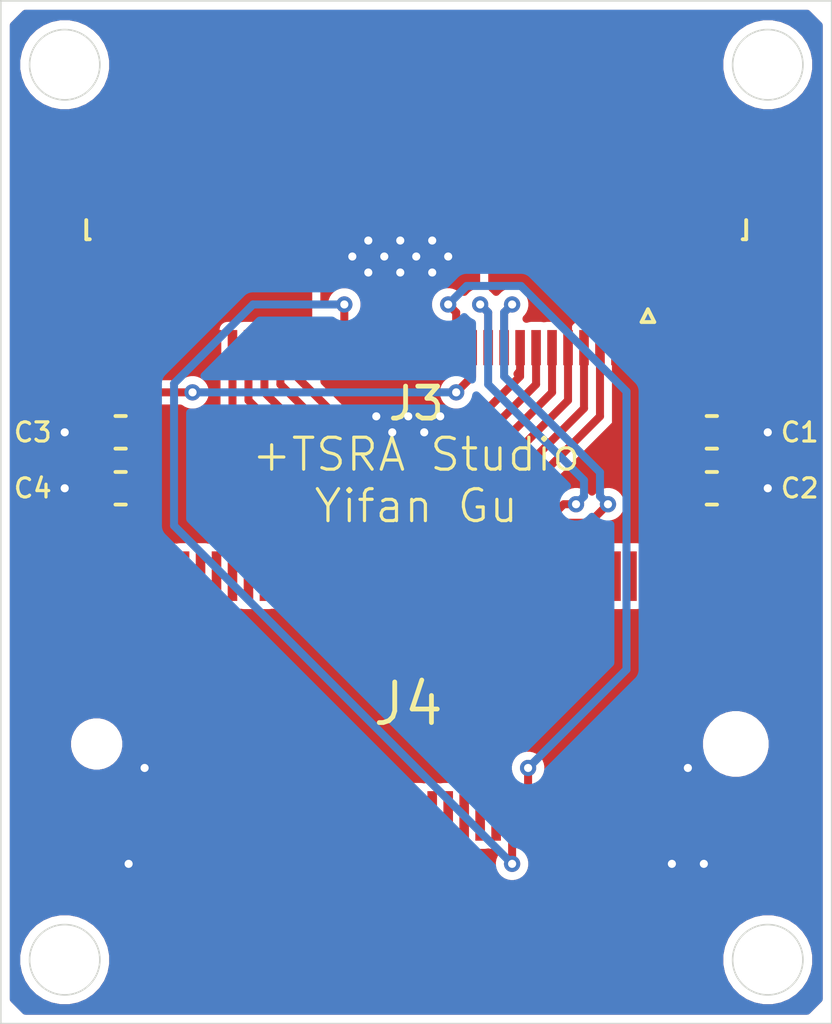
<source format=kicad_pcb>
(kicad_pcb (version 20171130) (host pcbnew "(5.1.6)-1")

  (general
    (thickness 1.6)
    (drawings 9)
    (tracks 143)
    (zones 0)
    (modules 6)
    (nets 66)
  )

  (page A4)
  (title_block
    (title "CFExpress - M.2 Adapter - M.2 End")
    (date 2020-07-28)
    (rev 2)
    (company +TSRA)
  )

  (layers
    (0 F.Cu signal)
    (31 B.Cu signal)
    (32 B.Adhes user)
    (33 F.Adhes user)
    (34 B.Paste user)
    (35 F.Paste user)
    (36 B.SilkS user)
    (37 F.SilkS user)
    (38 B.Mask user)
    (39 F.Mask user)
    (40 Dwgs.User user)
    (41 Cmts.User user)
    (42 Eco1.User user)
    (43 Eco2.User user)
    (44 Edge.Cuts user)
    (45 Margin user)
    (46 B.CrtYd user)
    (47 F.CrtYd user hide)
    (48 B.Fab user)
    (49 F.Fab user hide)
  )

  (setup
    (last_trace_width 0.25)
    (user_trace_width 0.25)
    (user_trace_width 0.5)
    (user_trace_width 1)
    (trace_clearance 0.2)
    (zone_clearance 0.254)
    (zone_45_only no)
    (trace_min 0.2)
    (via_size 0.8)
    (via_drill 0.4)
    (via_min_size 0.5)
    (via_min_drill 0.254)
    (user_via 0.508 0.254)
    (user_via 0.8 0.4)
    (uvia_size 0.3)
    (uvia_drill 0.1)
    (uvias_allowed no)
    (uvia_min_size 0.2)
    (uvia_min_drill 0.1)
    (edge_width 0.05)
    (segment_width 0.2)
    (pcb_text_width 0.3)
    (pcb_text_size 1.5 1.5)
    (mod_edge_width 0.12)
    (mod_text_size 1 1)
    (mod_text_width 0.15)
    (pad_size 1.8 3)
    (pad_drill 0)
    (pad_to_mask_clearance 0.05)
    (aux_axis_origin 0 0)
    (visible_elements 7FFFFFFF)
    (pcbplotparams
      (layerselection 0x010fc_ffffffff)
      (usegerberextensions true)
      (usegerberattributes true)
      (usegerberadvancedattributes true)
      (creategerberjobfile false)
      (excludeedgelayer true)
      (linewidth 0.100000)
      (plotframeref false)
      (viasonmask false)
      (mode 1)
      (useauxorigin false)
      (hpglpennumber 1)
      (hpglpenspeed 20)
      (hpglpendiameter 15.000000)
      (psnegative false)
      (psa4output false)
      (plotreference true)
      (plotvalue true)
      (plotinvisibletext false)
      (padsonsilk false)
      (subtractmaskfromsilk false)
      (outputformat 1)
      (mirror false)
      (drillshape 0)
      (scaleselection 1)
      (outputdirectory "drill/"))
  )

  (net 0 "")
  (net 1 GND)
  (net 2 PERn1)
  (net 3 PERp1)
  (net 4 PETn1)
  (net 5 PETp1)
  (net 6 "Net-(J3-Pad22)")
  (net 7 "Net-(J3-Pad21)")
  (net 8 PERST#)
  (net 9 +3.3V)
  (net 10 CLKREQ#)
  (net 11 INS#)
  (net 12 REFCLK-)
  (net 13 REFCLK+)
  (net 14 PERn0)
  (net 15 PERp0)
  (net 16 PETn0)
  (net 17 PETp0)
  (net 18 "Net-(J4-Pad5)")
  (net 19 "Net-(J4-Pad6)")
  (net 20 "Net-(J4-Pad7)")
  (net 21 "Net-(J4-Pad8)")
  (net 22 "Net-(J4-Pad9)")
  (net 23 "Net-(J4-Pad10)")
  (net 24 "Net-(J4-Pad11)")
  (net 25 "Net-(J4-Pad12)")
  (net 26 "Net-(J4-Pad13)")
  (net 27 "Net-(J4-Pad14)")
  (net 28 "Net-(J4-Pad15)")
  (net 29 "Net-(J4-Pad16)")
  (net 30 "Net-(J4-Pad17)")
  (net 31 "Net-(J4-Pad18)")
  (net 32 "Net-(J4-Pad19)")
  (net 33 "Net-(J4-Pad20)")
  (net 34 "Net-(J4-Pad21)")
  (net 35 "Net-(J4-Pad22)")
  (net 36 "Net-(J4-Pad23)")
  (net 37 "Net-(J4-Pad24)")
  (net 38 "Net-(J4-Pad25)")
  (net 39 "Net-(J4-Pad26)")
  (net 40 "Net-(J4-Pad28)")
  (net 41 "Net-(J4-Pad30)")
  (net 42 "Net-(J4-Pad32)")
  (net 43 "Net-(J4-Pad34)")
  (net 44 "Net-(J4-Pad36)")
  (net 45 "Net-(J4-Pad38)")
  (net 46 "Net-(J4-Pad40)")
  (net 47 "Net-(J4-Pad42)")
  (net 48 "Net-(J4-Pad44)")
  (net 49 "Net-(J4-Pad46)")
  (net 50 "Net-(J4-Pad48)")
  (net 51 "Net-(J4-Pad54)")
  (net 52 "Net-(J4-Pad56)")
  (net 53 "Net-(J4-Pad58)")
  (net 54 "Net-(J4-Pad59)")
  (net 55 "Net-(J4-Pad60)")
  (net 56 "Net-(J4-Pad61)")
  (net 57 "Net-(J4-Pad62)")
  (net 58 "Net-(J4-Pad63)")
  (net 59 "Net-(J4-Pad64)")
  (net 60 "Net-(J4-Pad65)")
  (net 61 "Net-(J4-Pad66)")
  (net 62 "Net-(J4-Pad67)")
  (net 63 "Net-(J4-Pad68)")
  (net 64 "Net-(J4-Pad69)")
  (net 65 "Net-(J4-Pad75)")

  (net_class Default "This is the default net class."
    (clearance 0.2)
    (trace_width 0.25)
    (via_dia 0.8)
    (via_drill 0.4)
    (uvia_dia 0.3)
    (uvia_drill 0.1)
    (add_net +3.3V)
    (add_net CLKREQ#)
    (add_net GND)
    (add_net INS#)
    (add_net "Net-(J3-Pad21)")
    (add_net "Net-(J3-Pad22)")
    (add_net "Net-(J4-Pad10)")
    (add_net "Net-(J4-Pad11)")
    (add_net "Net-(J4-Pad12)")
    (add_net "Net-(J4-Pad13)")
    (add_net "Net-(J4-Pad14)")
    (add_net "Net-(J4-Pad15)")
    (add_net "Net-(J4-Pad16)")
    (add_net "Net-(J4-Pad17)")
    (add_net "Net-(J4-Pad18)")
    (add_net "Net-(J4-Pad19)")
    (add_net "Net-(J4-Pad20)")
    (add_net "Net-(J4-Pad21)")
    (add_net "Net-(J4-Pad22)")
    (add_net "Net-(J4-Pad23)")
    (add_net "Net-(J4-Pad24)")
    (add_net "Net-(J4-Pad25)")
    (add_net "Net-(J4-Pad26)")
    (add_net "Net-(J4-Pad28)")
    (add_net "Net-(J4-Pad30)")
    (add_net "Net-(J4-Pad32)")
    (add_net "Net-(J4-Pad34)")
    (add_net "Net-(J4-Pad36)")
    (add_net "Net-(J4-Pad38)")
    (add_net "Net-(J4-Pad40)")
    (add_net "Net-(J4-Pad42)")
    (add_net "Net-(J4-Pad44)")
    (add_net "Net-(J4-Pad46)")
    (add_net "Net-(J4-Pad48)")
    (add_net "Net-(J4-Pad5)")
    (add_net "Net-(J4-Pad54)")
    (add_net "Net-(J4-Pad56)")
    (add_net "Net-(J4-Pad58)")
    (add_net "Net-(J4-Pad59)")
    (add_net "Net-(J4-Pad6)")
    (add_net "Net-(J4-Pad60)")
    (add_net "Net-(J4-Pad61)")
    (add_net "Net-(J4-Pad62)")
    (add_net "Net-(J4-Pad63)")
    (add_net "Net-(J4-Pad64)")
    (add_net "Net-(J4-Pad65)")
    (add_net "Net-(J4-Pad66)")
    (add_net "Net-(J4-Pad67)")
    (add_net "Net-(J4-Pad68)")
    (add_net "Net-(J4-Pad69)")
    (add_net "Net-(J4-Pad7)")
    (add_net "Net-(J4-Pad75)")
    (add_net "Net-(J4-Pad8)")
    (add_net "Net-(J4-Pad9)")
    (add_net PERST#)
    (add_net PERn0)
    (add_net PERn1)
    (add_net PERp0)
    (add_net PERp1)
    (add_net PETn0)
    (add_net PETn1)
    (add_net PETp0)
    (add_net PETp1)
    (add_net REFCLK+)
    (add_net REFCLK-)
  )

  (module Connector_FFC-FPC:TE_3-1734839-0_1x30-1MP_P0.5mm_Horizontal (layer F.Cu) (tedit 5DB5C65C) (tstamp 5F2188CE)
    (at 63 59.5 180)
    (descr "TE FPC connector, 30 top-side contacts, 0.5mm pitch, SMT, https://www.te.com/commerce/DocumentDelivery/DDEController?Action=showdoc&DocId=Customer+Drawing%7F1734839%7FC%7Fpdf%7FEnglish%7FENG_CD_1734839_C_C_1734839.pdf%7F4-1734839-0")
    (tags "te fpc 1734839")
    (path /5F29243B)
    (attr smd)
    (fp_text reference J3 (at 0 -3.1) (layer F.SilkS)
      (effects (font (size 1 1) (thickness 0.15)))
    )
    (fp_text value Conn_01x30_Female (at 0 3.25) (layer Dwgs.User)
      (effects (font (size 0.5 0.5) (thickness 0.08)))
    )
    (fp_line (start -9.56 -0.65) (end 9.56 -0.65) (layer F.Fab) (width 0.1))
    (fp_line (start 9.56 -0.65) (end 9.56 2.15) (layer F.Fab) (width 0.1))
    (fp_line (start 9.56 2.15) (end 10.215 2.15) (layer F.Fab) (width 0.1))
    (fp_line (start 10.215 2.15) (end 10.215 3.75) (layer F.Fab) (width 0.1))
    (fp_line (start 10.215 3.75) (end -10.215 3.75) (layer F.Fab) (width 0.1))
    (fp_line (start -10.215 3.75) (end -10.215 2.15) (layer F.Fab) (width 0.1))
    (fp_line (start -10.215 2.15) (end -9.56 2.15) (layer F.Fab) (width 0.1))
    (fp_line (start -9.56 2.15) (end -9.56 -0.65) (layer F.Fab) (width 0.1))
    (fp_line (start -7.65 -0.65) (end -7.25 0.15) (layer F.Fab) (width 0.1))
    (fp_line (start -7.25 0.15) (end -6.85 -0.65) (layer F.Fab) (width 0.1))
    (fp_line (start -10.215 2.04) (end -10.325 2.04) (layer F.SilkS) (width 0.12))
    (fp_line (start -10.325 2.04) (end -10.325 2.64) (layer F.SilkS) (width 0.12))
    (fp_line (start 10.215 2.04) (end 10.325 2.04) (layer F.SilkS) (width 0.12))
    (fp_line (start 10.325 2.04) (end 10.325 2.64) (layer F.SilkS) (width 0.12))
    (fp_line (start -7.45 -0.55) (end -7.25 -0.15) (layer F.SilkS) (width 0.12))
    (fp_line (start -7.25 -0.15) (end -7.05 -0.55) (layer F.SilkS) (width 0.12))
    (fp_line (start -7.05 -0.55) (end -7.45 -0.55) (layer F.SilkS) (width 0.12))
    (fp_line (start 10.105 2.75) (end -10.105 2.75) (layer Dwgs.User) (width 0.1))
    (fp_line (start -10.72 -2.4) (end -10.72 4.25) (layer F.CrtYd) (width 0.05))
    (fp_line (start -10.72 4.25) (end 10.72 4.25) (layer F.CrtYd) (width 0.05))
    (fp_line (start 10.72 4.25) (end 10.72 -2.4) (layer F.CrtYd) (width 0.05))
    (fp_line (start 10.72 -2.4) (end -10.72 -2.4) (layer F.CrtYd) (width 0.05))
    (fp_text user %R (at 0 1.55) (layer F.Fab)
      (effects (font (size 1 1) (thickness 0.15)))
    )
    (pad MP smd rect (at 8.92 0.35 180) (size 2.3 3.1) (layers F.Cu F.Paste F.Mask))
    (pad MP smd rect (at -8.92 0.35 180) (size 2.3 3.1) (layers F.Cu F.Paste F.Mask))
    (pad 30 smd rect (at 7.25 -1.35 180) (size 0.3 1.1) (layers F.Cu F.Paste F.Mask)
      (net 1 GND))
    (pad 29 smd rect (at 6.75 -1.35 180) (size 0.3 1.1) (layers F.Cu F.Paste F.Mask)
      (net 1 GND))
    (pad 28 smd rect (at 6.25 -1.35 180) (size 0.3 1.1) (layers F.Cu F.Paste F.Mask)
      (net 1 GND))
    (pad 27 smd rect (at 5.75 -1.35 180) (size 0.3 1.1) (layers F.Cu F.Paste F.Mask)
      (net 2 PERn1))
    (pad 26 smd rect (at 5.25 -1.35 180) (size 0.3 1.1) (layers F.Cu F.Paste F.Mask)
      (net 3 PERp1))
    (pad 25 smd rect (at 4.75 -1.35 180) (size 0.3 1.1) (layers F.Cu F.Paste F.Mask)
      (net 1 GND))
    (pad 24 smd rect (at 4.25 -1.35 180) (size 0.3 1.1) (layers F.Cu F.Paste F.Mask)
      (net 4 PETn1))
    (pad 23 smd rect (at 3.75 -1.35 180) (size 0.3 1.1) (layers F.Cu F.Paste F.Mask)
      (net 5 PETp1))
    (pad 22 smd rect (at 3.25 -1.35 180) (size 0.3 1.1) (layers F.Cu F.Paste F.Mask)
      (net 6 "Net-(J3-Pad22)"))
    (pad 21 smd rect (at 2.75 -1.35 180) (size 0.3 1.1) (layers F.Cu F.Paste F.Mask)
      (net 7 "Net-(J3-Pad21)"))
    (pad 20 smd rect (at 2.25 -1.35 180) (size 0.3 1.1) (layers F.Cu F.Paste F.Mask)
      (net 8 PERST#))
    (pad 19 smd rect (at 1.75 -1.35 180) (size 0.3 1.1) (layers F.Cu F.Paste F.Mask)
      (net 9 +3.3V))
    (pad 18 smd rect (at 1.25 -1.35 180) (size 0.3 1.1) (layers F.Cu F.Paste F.Mask)
      (net 9 +3.3V))
    (pad 17 smd rect (at 0.75 -1.35 180) (size 0.3 1.1) (layers F.Cu F.Paste F.Mask)
      (net 9 +3.3V))
    (pad 16 smd rect (at 0.25 -1.35 180) (size 0.3 1.1) (layers F.Cu F.Paste F.Mask)
      (net 9 +3.3V))
    (pad 15 smd rect (at -0.25 -1.35 180) (size 0.3 1.1) (layers F.Cu F.Paste F.Mask)
      (net 9 +3.3V))
    (pad 14 smd rect (at -0.75 -1.35 180) (size 0.3 1.1) (layers F.Cu F.Paste F.Mask)
      (net 9 +3.3V))
    (pad 13 smd rect (at -1.25 -1.35 180) (size 0.3 1.1) (layers F.Cu F.Paste F.Mask)
      (net 10 CLKREQ#))
    (pad 12 smd rect (at -1.75 -1.35 180) (size 0.3 1.1) (layers F.Cu F.Paste F.Mask)
      (net 11 INS#))
    (pad 11 smd rect (at -2.25 -1.35 180) (size 0.3 1.1) (layers F.Cu F.Paste F.Mask)
      (net 12 REFCLK-))
    (pad 10 smd rect (at -2.75 -1.35 180) (size 0.3 1.1) (layers F.Cu F.Paste F.Mask)
      (net 13 REFCLK+))
    (pad 9 smd rect (at -3.25 -1.35 180) (size 0.3 1.1) (layers F.Cu F.Paste F.Mask)
      (net 1 GND))
    (pad 8 smd rect (at -3.75 -1.35 180) (size 0.3 1.1) (layers F.Cu F.Paste F.Mask)
      (net 14 PERn0))
    (pad 7 smd rect (at -4.25 -1.35 180) (size 0.3 1.1) (layers F.Cu F.Paste F.Mask)
      (net 15 PERp0))
    (pad 6 smd rect (at -4.75 -1.35 180) (size 0.3 1.1) (layers F.Cu F.Paste F.Mask)
      (net 1 GND))
    (pad 5 smd rect (at -5.25 -1.35 180) (size 0.3 1.1) (layers F.Cu F.Paste F.Mask)
      (net 16 PETn0))
    (pad 4 smd rect (at -5.75 -1.35 180) (size 0.3 1.1) (layers F.Cu F.Paste F.Mask)
      (net 17 PETp0))
    (pad 3 smd rect (at -6.25 -1.35 180) (size 0.3 1.1) (layers F.Cu F.Paste F.Mask)
      (net 1 GND))
    (pad 2 smd rect (at -6.75 -1.35 180) (size 0.3 1.1) (layers F.Cu F.Paste F.Mask)
      (net 1 GND))
    (pad 1 smd rect (at -7.25 -1.35 180) (size 0.3 1.1) (layers F.Cu F.Paste F.Mask)
      (net 1 GND))
    (model ${KISYS3DMOD}/Connector_FFC-FPC.3dshapes/TE_3-1734839-0_1x30-1MP_P0.5mm_Horizontal.wrl
      (at (xyz 0 0 0))
      (scale (xyz 1 1 1))
      (rotate (xyz 0 0 0))
    )
  )

  (module Capacitor_SMD:C_0603_1608Metric (layer F.Cu) (tedit 5B301BBE) (tstamp 5F202DDC)
    (at 53.75 65.25)
    (descr "Capacitor SMD 0603 (1608 Metric), square (rectangular) end terminal, IPC_7351 nominal, (Body size source: http://www.tortai-tech.com/upload/download/2011102023233369053.pdf), generated with kicad-footprint-generator")
    (tags capacitor)
    (path /5F1FF873)
    (attr smd)
    (fp_text reference C4 (at -2.75 0) (layer F.SilkS)
      (effects (font (size 0.6 0.6) (thickness 0.1)))
    )
    (fp_text value C (at 0 1) (layer F.Fab)
      (effects (font (size 1 1) (thickness 0.15)))
    )
    (fp_line (start -0.8 0.4) (end -0.8 -0.4) (layer F.Fab) (width 0.1))
    (fp_line (start -0.8 -0.4) (end 0.8 -0.4) (layer F.Fab) (width 0.1))
    (fp_line (start 0.8 -0.4) (end 0.8 0.4) (layer F.Fab) (width 0.1))
    (fp_line (start 0.8 0.4) (end -0.8 0.4) (layer F.Fab) (width 0.1))
    (fp_line (start -0.162779 -0.51) (end 0.162779 -0.51) (layer F.SilkS) (width 0.12))
    (fp_line (start -0.162779 0.51) (end 0.162779 0.51) (layer F.SilkS) (width 0.12))
    (fp_line (start -1.48 0.73) (end -1.48 -0.73) (layer F.CrtYd) (width 0.05))
    (fp_line (start -1.48 -0.73) (end 1.48 -0.73) (layer F.CrtYd) (width 0.05))
    (fp_line (start 1.48 -0.73) (end 1.48 0.73) (layer F.CrtYd) (width 0.05))
    (fp_line (start 1.48 0.73) (end -1.48 0.73) (layer F.CrtYd) (width 0.05))
    (fp_text user %R (at -0.01 0) (layer F.Fab)
      (effects (font (size 0.4 0.4) (thickness 0.06)))
    )
    (pad 2 smd roundrect (at 0.7875 0) (size 0.875 0.95) (layers F.Cu F.Paste F.Mask) (roundrect_rratio 0.25)
      (net 1 GND))
    (pad 1 smd roundrect (at -0.7875 0) (size 0.875 0.95) (layers F.Cu F.Paste F.Mask) (roundrect_rratio 0.25)
      (net 9 +3.3V))
    (model ${KISYS3DMOD}/Capacitor_SMD.3dshapes/C_0603_1608Metric.wrl
      (at (xyz 0 0 0))
      (scale (xyz 1 1 1))
      (rotate (xyz 0 0 0))
    )
  )

  (module Capacitor_SMD:C_0603_1608Metric (layer F.Cu) (tedit 5B301BBE) (tstamp 5F202DCB)
    (at 53.75 63.5)
    (descr "Capacitor SMD 0603 (1608 Metric), square (rectangular) end terminal, IPC_7351 nominal, (Body size source: http://www.tortai-tech.com/upload/download/2011102023233369053.pdf), generated with kicad-footprint-generator")
    (tags capacitor)
    (path /5F1FEB84)
    (attr smd)
    (fp_text reference C3 (at -2.75 0) (layer F.SilkS)
      (effects (font (size 0.6 0.6) (thickness 0.1)))
    )
    (fp_text value C (at 0 1.43) (layer F.Fab)
      (effects (font (size 1 1) (thickness 0.15)))
    )
    (fp_line (start -0.8 0.4) (end -0.8 -0.4) (layer F.Fab) (width 0.1))
    (fp_line (start -0.8 -0.4) (end 0.8 -0.4) (layer F.Fab) (width 0.1))
    (fp_line (start 0.8 -0.4) (end 0.8 0.4) (layer F.Fab) (width 0.1))
    (fp_line (start 0.8 0.4) (end -0.8 0.4) (layer F.Fab) (width 0.1))
    (fp_line (start -0.162779 -0.51) (end 0.162779 -0.51) (layer F.SilkS) (width 0.12))
    (fp_line (start -0.162779 0.51) (end 0.162779 0.51) (layer F.SilkS) (width 0.12))
    (fp_line (start -1.48 0.73) (end -1.48 -0.73) (layer F.CrtYd) (width 0.05))
    (fp_line (start -1.48 -0.73) (end 1.48 -0.73) (layer F.CrtYd) (width 0.05))
    (fp_line (start 1.48 -0.73) (end 1.48 0.73) (layer F.CrtYd) (width 0.05))
    (fp_line (start 1.48 0.73) (end -1.48 0.73) (layer F.CrtYd) (width 0.05))
    (fp_text user %R (at 0 0) (layer F.Fab)
      (effects (font (size 0.4 0.4) (thickness 0.06)))
    )
    (pad 2 smd roundrect (at 0.7875 0) (size 0.875 0.95) (layers F.Cu F.Paste F.Mask) (roundrect_rratio 0.25)
      (net 1 GND))
    (pad 1 smd roundrect (at -0.7875 0) (size 0.875 0.95) (layers F.Cu F.Paste F.Mask) (roundrect_rratio 0.25)
      (net 9 +3.3V))
    (model ${KISYS3DMOD}/Capacitor_SMD.3dshapes/C_0603_1608Metric.wrl
      (at (xyz 0 0 0))
      (scale (xyz 1 1 1))
      (rotate (xyz 0 0 0))
    )
  )

  (module Capacitor_SMD:C_0603_1608Metric (layer F.Cu) (tedit 5B301BBE) (tstamp 5F1F8156)
    (at 72.25 65.25 180)
    (descr "Capacitor SMD 0603 (1608 Metric), square (rectangular) end terminal, IPC_7351 nominal, (Body size source: http://www.tortai-tech.com/upload/download/2011102023233369053.pdf), generated with kicad-footprint-generator")
    (tags capacitor)
    (path /5F1F98BE)
    (attr smd)
    (fp_text reference C2 (at -2.75 0) (layer F.SilkS)
      (effects (font (size 0.6 0.6) (thickness 0.1)))
    )
    (fp_text value C (at 0 1.43) (layer F.Fab)
      (effects (font (size 1 1) (thickness 0.15)))
    )
    (fp_line (start -0.8 0.4) (end -0.8 -0.4) (layer F.Fab) (width 0.1))
    (fp_line (start -0.8 -0.4) (end 0.8 -0.4) (layer F.Fab) (width 0.1))
    (fp_line (start 0.8 -0.4) (end 0.8 0.4) (layer F.Fab) (width 0.1))
    (fp_line (start 0.8 0.4) (end -0.8 0.4) (layer F.Fab) (width 0.1))
    (fp_line (start -0.162779 -0.51) (end 0.162779 -0.51) (layer F.SilkS) (width 0.12))
    (fp_line (start -0.162779 0.51) (end 0.162779 0.51) (layer F.SilkS) (width 0.12))
    (fp_line (start -1.48 0.73) (end -1.48 -0.73) (layer F.CrtYd) (width 0.05))
    (fp_line (start -1.48 -0.73) (end 1.48 -0.73) (layer F.CrtYd) (width 0.05))
    (fp_line (start 1.48 -0.73) (end 1.48 0.73) (layer F.CrtYd) (width 0.05))
    (fp_line (start 1.48 0.73) (end -1.48 0.73) (layer F.CrtYd) (width 0.05))
    (fp_text user %R (at 0 0) (layer F.Fab)
      (effects (font (size 0.4 0.4) (thickness 0.06)))
    )
    (pad 2 smd roundrect (at 0.7875 0 180) (size 0.875 0.95) (layers F.Cu F.Paste F.Mask) (roundrect_rratio 0.25)
      (net 1 GND))
    (pad 1 smd roundrect (at -0.7875 0 180) (size 0.875 0.95) (layers F.Cu F.Paste F.Mask) (roundrect_rratio 0.25)
      (net 9 +3.3V))
    (model ${KISYS3DMOD}/Capacitor_SMD.3dshapes/C_0603_1608Metric.wrl
      (at (xyz 0 0 0))
      (scale (xyz 1 1 1))
      (rotate (xyz 0 0 0))
    )
  )

  (module cfxnvme:m2 (layer F.Cu) (tedit 5F1CFFC1) (tstamp 5F218926)
    (at 62.75 71.5)
    (path /5F279B5E)
    (fp_text reference J4 (at 0 10) (layer F.SilkS) hide
      (effects (font (size 1.524 1.524) (thickness 0.3)))
    )
    (fp_text value Conn_M2_Key_M (at 0.25 7) (layer F.SilkS) hide
      (effects (font (size 1.524 1.524) (thickness 0.3)))
    )
    (fp_text user J4 (at 0 0.5) (layer F.SilkS)
      (effects (font (size 1.27 1.27) (thickness 0.15)))
    )
    (pad 1 smd rect (at -9 -3.5) (size 0.3 1.55) (layers F.Cu F.Paste F.Mask)
      (net 11 INS#))
    (pad 2 smd rect (at -8.75 4) (size 0.3 1.55) (layers F.Cu F.Paste F.Mask)
      (net 9 +3.3V))
    (pad 3 smd rect (at -8.5 -3.5) (size 0.3 1.55) (layers F.Cu F.Paste F.Mask)
      (net 1 GND))
    (pad 4 smd rect (at -8.25 4) (size 0.3 1.55) (layers F.Cu F.Paste F.Mask)
      (net 9 +3.3V))
    (pad 5 smd rect (at -8 -3.5) (size 0.3 1.55) (layers F.Cu F.Paste F.Mask)
      (net 18 "Net-(J4-Pad5)"))
    (pad 6 smd rect (at -7.75 4) (size 0.3 1.55) (layers F.Cu F.Paste F.Mask)
      (net 19 "Net-(J4-Pad6)"))
    (pad 7 smd rect (at -7.5 -3.5) (size 0.3 1.55) (layers F.Cu F.Paste F.Mask)
      (net 20 "Net-(J4-Pad7)"))
    (pad 8 smd rect (at -7.25 4) (size 0.3 1.55) (layers F.Cu F.Paste F.Mask)
      (net 21 "Net-(J4-Pad8)"))
    (pad 9 smd rect (at -7 -3.5) (size 0.3 1.55) (layers F.Cu F.Paste F.Mask)
      (net 22 "Net-(J4-Pad9)"))
    (pad 10 smd rect (at -6.75 4) (size 0.3 1.55) (layers F.Cu F.Paste F.Mask)
      (net 23 "Net-(J4-Pad10)"))
    (pad 11 smd rect (at -6.5 -3.5) (size 0.3 1.55) (layers F.Cu F.Paste F.Mask)
      (net 24 "Net-(J4-Pad11)"))
    (pad 12 smd rect (at -6.25 4) (size 0.3 1.55) (layers F.Cu F.Paste F.Mask)
      (net 25 "Net-(J4-Pad12)"))
    (pad 13 smd rect (at -6 -3.5) (size 0.3 1.55) (layers F.Cu F.Paste F.Mask)
      (net 26 "Net-(J4-Pad13)"))
    (pad 14 smd rect (at -5.75 4) (size 0.3 1.55) (layers F.Cu F.Paste F.Mask)
      (net 27 "Net-(J4-Pad14)"))
    (pad 15 smd rect (at -5.5 -3.5) (size 0.3 1.55) (layers F.Cu F.Paste F.Mask)
      (net 28 "Net-(J4-Pad15)"))
    (pad 16 smd rect (at -5.25 4) (size 0.3 1.55) (layers F.Cu F.Paste F.Mask)
      (net 29 "Net-(J4-Pad16)"))
    (pad 17 smd rect (at -5 -3.5) (size 0.3 1.55) (layers F.Cu F.Paste F.Mask)
      (net 30 "Net-(J4-Pad17)"))
    (pad 18 smd rect (at -4.75 4) (size 0.3 1.55) (layers F.Cu F.Paste F.Mask)
      (net 31 "Net-(J4-Pad18)"))
    (pad 19 smd rect (at -4.5 -3.5) (size 0.3 1.55) (layers F.Cu F.Paste F.Mask)
      (net 32 "Net-(J4-Pad19)"))
    (pad 20 smd rect (at -4.25 4) (size 0.3 1.55) (layers F.Cu F.Paste F.Mask)
      (net 33 "Net-(J4-Pad20)"))
    (pad 21 smd rect (at -4 -3.5) (size 0.3 1.55) (layers F.Cu F.Paste F.Mask)
      (net 34 "Net-(J4-Pad21)"))
    (pad 22 smd rect (at -3.75 4) (size 0.3 1.55) (layers F.Cu F.Paste F.Mask)
      (net 35 "Net-(J4-Pad22)"))
    (pad 23 smd rect (at -3.5 -3.5) (size 0.3 1.55) (layers F.Cu F.Paste F.Mask)
      (net 36 "Net-(J4-Pad23)"))
    (pad 24 smd rect (at -3.25 4) (size 0.3 1.55) (layers F.Cu F.Paste F.Mask)
      (net 37 "Net-(J4-Pad24)"))
    (pad 25 smd rect (at -3 -3.5) (size 0.3 1.55) (layers F.Cu F.Paste F.Mask)
      (net 38 "Net-(J4-Pad25)"))
    (pad 26 smd rect (at -2.75 4) (size 0.3 1.55) (layers F.Cu F.Paste F.Mask)
      (net 39 "Net-(J4-Pad26)"))
    (pad 27 smd rect (at -2.5 -3.5) (size 0.3 1.55) (layers F.Cu F.Paste F.Mask)
      (net 1 GND))
    (pad 28 smd rect (at -2.25 4) (size 0.3 1.55) (layers F.Cu F.Paste F.Mask)
      (net 40 "Net-(J4-Pad28)"))
    (pad 29 smd rect (at -2 -3.5) (size 0.3 1.55) (layers F.Cu F.Paste F.Mask)
      (net 2 PERn1))
    (pad 30 smd rect (at -1.75 4) (size 0.3 1.55) (layers F.Cu F.Paste F.Mask)
      (net 41 "Net-(J4-Pad30)"))
    (pad 31 smd rect (at -1.5 -3.5) (size 0.3 1.55) (layers F.Cu F.Paste F.Mask)
      (net 3 PERp1))
    (pad 32 smd rect (at -1.25 4) (size 0.3 1.55) (layers F.Cu F.Paste F.Mask)
      (net 42 "Net-(J4-Pad32)"))
    (pad 33 smd rect (at -1 -3.5) (size 0.3 1.55) (layers F.Cu F.Paste F.Mask)
      (net 1 GND))
    (pad 34 smd rect (at -0.75 4) (size 0.3 1.55) (layers F.Cu F.Paste F.Mask)
      (net 43 "Net-(J4-Pad34)"))
    (pad 35 smd rect (at -0.5 -3.5) (size 0.3 1.55) (layers F.Cu F.Paste F.Mask)
      (net 4 PETn1))
    (pad 36 smd rect (at -0.25 4) (size 0.3 1.55) (layers F.Cu F.Paste F.Mask)
      (net 44 "Net-(J4-Pad36)"))
    (pad 37 smd rect (at 0 -3.5) (size 0.3 1.55) (layers F.Cu F.Paste F.Mask)
      (net 5 PETp1))
    (pad 38 smd rect (at 0.25 4) (size 0.3 1.55) (layers F.Cu F.Paste F.Mask)
      (net 45 "Net-(J4-Pad38)"))
    (pad 39 smd rect (at 0.5 -3.5) (size 0.3 1.55) (layers F.Cu F.Paste F.Mask)
      (net 1 GND))
    (pad 40 smd rect (at 0.75 4) (size 0.3 1.55) (layers F.Cu F.Paste F.Mask)
      (net 46 "Net-(J4-Pad40)"))
    (pad 41 smd rect (at 1 -3.5) (size 0.3 1.55) (layers F.Cu F.Paste F.Mask)
      (net 14 PERn0))
    (pad 42 smd rect (at 1.25 4) (size 0.3 1.55) (layers F.Cu F.Paste F.Mask)
      (net 47 "Net-(J4-Pad42)"))
    (pad 43 smd rect (at 1.5 -3.5) (size 0.3 1.55) (layers F.Cu F.Paste F.Mask)
      (net 15 PERp0))
    (pad 44 smd rect (at 1.75 4) (size 0.3 1.55) (layers F.Cu F.Paste F.Mask)
      (net 48 "Net-(J4-Pad44)"))
    (pad 45 smd rect (at 2 -3.5) (size 0.3 1.55) (layers F.Cu F.Paste F.Mask)
      (net 1 GND))
    (pad 46 smd rect (at 2.25 4) (size 0.3 1.55) (layers F.Cu F.Paste F.Mask)
      (net 49 "Net-(J4-Pad46)"))
    (pad 47 smd rect (at 2.5 -3.5) (size 0.3 1.55) (layers F.Cu F.Paste F.Mask)
      (net 16 PETn0))
    (pad 48 smd rect (at 2.75 4) (size 0.3 1.55) (layers F.Cu F.Paste F.Mask)
      (net 50 "Net-(J4-Pad48)"))
    (pad 49 smd rect (at 3 -3.5) (size 0.3 1.55) (layers F.Cu F.Paste F.Mask)
      (net 17 PETp0))
    (pad 50 smd rect (at 3.25 4) (size 0.3 1.55) (layers F.Cu F.Paste F.Mask)
      (net 8 PERST#))
    (pad 51 smd rect (at 3.5 -3.5) (size 0.3 1.55) (layers F.Cu F.Paste F.Mask)
      (net 1 GND))
    (pad 52 smd rect (at 3.75 4) (size 0.3 1.55) (layers F.Cu F.Paste F.Mask)
      (net 10 CLKREQ#))
    (pad 53 smd rect (at 4 -3.5) (size 0.3 1.55) (layers F.Cu F.Paste F.Mask)
      (net 12 REFCLK-))
    (pad 54 smd rect (at 4.25 4) (size 0.3 1.55) (layers F.Cu F.Paste F.Mask)
      (net 51 "Net-(J4-Pad54)"))
    (pad 55 smd rect (at 4.5 -3.5) (size 0.3 1.55) (layers F.Cu F.Paste F.Mask)
      (net 13 REFCLK+))
    (pad 56 smd rect (at 4.75 4) (size 0.3 1.55) (layers F.Cu F.Paste F.Mask)
      (net 52 "Net-(J4-Pad56)"))
    (pad 57 smd rect (at 5 -3.5) (size 0.3 1.55) (layers F.Cu F.Paste F.Mask)
      (net 1 GND))
    (pad 58 smd rect (at 5.25 4) (size 0.3 1.55) (layers F.Cu F.Paste F.Mask)
      (net 53 "Net-(J4-Pad58)"))
    (pad 59 smd rect (at 5.5 -3.5) (size 0.3 1.55) (layers F.Cu F.Paste F.Mask)
      (net 54 "Net-(J4-Pad59)"))
    (pad 60 smd rect (at 5.75 4) (size 0.3 1.55) (layers F.Cu F.Paste F.Mask)
      (net 55 "Net-(J4-Pad60)"))
    (pad 61 smd rect (at 6 -3.5) (size 0.3 1.55) (layers F.Cu F.Paste F.Mask)
      (net 56 "Net-(J4-Pad61)"))
    (pad 62 smd rect (at 6.25 4) (size 0.3 1.55) (layers F.Cu F.Paste F.Mask)
      (net 57 "Net-(J4-Pad62)"))
    (pad 63 smd rect (at 6.5 -3.5) (size 0.3 1.55) (layers F.Cu F.Paste F.Mask)
      (net 58 "Net-(J4-Pad63)"))
    (pad 64 smd rect (at 6.75 4) (size 0.3 1.55) (layers F.Cu F.Paste F.Mask)
      (net 59 "Net-(J4-Pad64)"))
    (pad 65 smd rect (at 7 -3.5) (size 0.3 1.55) (layers F.Cu F.Paste F.Mask)
      (net 60 "Net-(J4-Pad65)"))
    (pad 66 smd rect (at 7.25 4) (size 0.3 1.55) (layers F.Cu F.Paste F.Mask)
      (net 61 "Net-(J4-Pad66)"))
    (pad 67 smd rect (at 7.5 -3.5) (size 0.3 1.55) (layers F.Cu F.Paste F.Mask)
      (net 62 "Net-(J4-Pad67)"))
    (pad 68 smd rect (at 7.75 4) (size 0.3 1.55) (layers F.Cu F.Paste F.Mask)
      (net 63 "Net-(J4-Pad68)"))
    (pad 69 smd rect (at 8 -3.5) (size 0.3 1.55) (layers F.Cu F.Paste F.Mask)
      (net 64 "Net-(J4-Pad69)"))
    (pad 70 smd rect (at 8.25 4) (size 0.3 1.55) (layers F.Cu F.Paste F.Mask)
      (net 9 +3.3V))
    (pad 71 smd rect (at 8.5 -3.5) (size 0.3 1.55) (layers F.Cu F.Paste F.Mask)
      (net 1 GND))
    (pad 72 smd rect (at 8.75 4) (size 0.3 1.55) (layers F.Cu F.Paste F.Mask)
      (net 9 +3.3V))
    (pad 73 smd rect (at 9 -3.5) (size 0.3 1.55) (layers F.Cu F.Paste F.Mask)
      (net 1 GND))
    (pad 74 smd rect (at 9.25 4) (size 0.3 1.55) (layers F.Cu F.Paste F.Mask)
      (net 9 +3.3V))
    (pad 75 smd rect (at 9.5 -3.5) (size 0.3 1.55) (layers F.Cu F.Paste F.Mask)
      (net 65 "Net-(J4-Pad75)"))
    (pad MP smd rect (at -10.1 -2.75) (size 1.2 3) (layers F.Cu F.Paste F.Mask))
    (pad MP smd rect (at 10.6 -2.75) (size 1.2 3) (layers F.Cu F.Paste F.Mask))
    (pad "" np_thru_hole circle (at -9.75 1.75) (size 1.1 1.1) (drill 1.1) (layers *.Cu *.Mask))
    (pad "" np_thru_hole circle (at 10.25 1.75) (size 1.55 1.55) (drill 1.55) (layers *.Cu *.Mask))
  )

  (module Capacitor_SMD:C_0603_1608Metric (layer F.Cu) (tedit 5B301BBE) (tstamp 5F21F682)
    (at 72.25 63.5 180)
    (descr "Capacitor SMD 0603 (1608 Metric), square (rectangular) end terminal, IPC_7351 nominal, (Body size source: http://www.tortai-tech.com/upload/download/2011102023233369053.pdf), generated with kicad-footprint-generator")
    (tags capacitor)
    (path /5F2F6941)
    (attr smd)
    (fp_text reference C1 (at -2.75 0) (layer F.SilkS)
      (effects (font (size 0.6 0.6) (thickness 0.1)))
    )
    (fp_text value C (at 0 1.43) (layer F.Fab)
      (effects (font (size 1 1) (thickness 0.15)))
    )
    (fp_line (start 1.48 0.73) (end -1.48 0.73) (layer F.CrtYd) (width 0.05))
    (fp_line (start 1.48 -0.73) (end 1.48 0.73) (layer F.CrtYd) (width 0.05))
    (fp_line (start -1.48 -0.73) (end 1.48 -0.73) (layer F.CrtYd) (width 0.05))
    (fp_line (start -1.48 0.73) (end -1.48 -0.73) (layer F.CrtYd) (width 0.05))
    (fp_line (start -0.162779 0.51) (end 0.162779 0.51) (layer F.SilkS) (width 0.12))
    (fp_line (start -0.162779 -0.51) (end 0.162779 -0.51) (layer F.SilkS) (width 0.12))
    (fp_line (start 0.8 0.4) (end -0.8 0.4) (layer F.Fab) (width 0.1))
    (fp_line (start 0.8 -0.4) (end 0.8 0.4) (layer F.Fab) (width 0.1))
    (fp_line (start -0.8 -0.4) (end 0.8 -0.4) (layer F.Fab) (width 0.1))
    (fp_line (start -0.8 0.4) (end -0.8 -0.4) (layer F.Fab) (width 0.1))
    (fp_text user %R (at 0 0) (layer F.Fab)
      (effects (font (size 0.4 0.4) (thickness 0.06)))
    )
    (pad 2 smd roundrect (at 0.7875 0 180) (size 0.875 0.95) (layers F.Cu F.Paste F.Mask) (roundrect_rratio 0.25)
      (net 1 GND))
    (pad 1 smd roundrect (at -0.7875 0 180) (size 0.875 0.95) (layers F.Cu F.Paste F.Mask) (roundrect_rratio 0.25)
      (net 9 +3.3V))
    (model ${KISYS3DMOD}/Capacitor_SMD.3dshapes/C_0603_1608Metric.wrl
      (at (xyz 0 0 0))
      (scale (xyz 1 1 1))
      (rotate (xyz 0 0 0))
    )
  )

  (gr_circle (center 74 80) (end 75.1 80) (layer Edge.Cuts) (width 0.05))
  (gr_circle (center 52 80) (end 53.1 80) (layer Edge.Cuts) (width 0.05))
  (gr_text "+TSRA Studio\nYifan Gu" (at 63 65) (layer F.SilkS) (tstamp 5F220478)
    (effects (font (size 1 1) (thickness 0.1)))
  )
  (gr_circle (center 74 52) (end 75.1 52) (layer Edge.Cuts) (width 0.05))
  (gr_circle (center 52 52) (end 53.1 52) (layer Edge.Cuts) (width 0.05))
  (gr_line (start 76 50) (end 76 82) (layer Edge.Cuts) (width 0.05) (tstamp 5F21C50D))
  (gr_line (start 50 50) (end 76 50) (layer Edge.Cuts) (width 0.05))
  (gr_line (start 50 82) (end 50 50) (layer Edge.Cuts) (width 0.05))
  (gr_line (start 76 82) (end 50 82) (layer Edge.Cuts) (width 0.05))

  (segment (start 58.25 60.85) (end 58.25 62.25) (width 0.25) (layer F.Cu) (net 1) (status 400000))
  (segment (start 61.75 65.75) (end 61.75 68) (width 0.25) (layer F.Cu) (net 1) (tstamp 5F21B5FA) (status 800000))
  (segment (start 58.25 62.25) (end 61.75 65.75) (width 0.25) (layer F.Cu) (net 1) (tstamp 5F21B5F9))
  (segment (start 56.75 60.85) (end 56.75 63) (width 0.25) (layer F.Cu) (net 1) (status 400000))
  (segment (start 56.75 63) (end 60.25 66.5) (width 0.25) (layer F.Cu) (net 1) (tstamp 5F21B608))
  (segment (start 60.25 66.5) (end 60.25 68) (width 0.25) (layer F.Cu) (net 1) (tstamp 5F21B609) (status 800000))
  (segment (start 66.25 60.85) (end 66.25 61.75) (width 0.25) (layer F.Cu) (net 1) (status 400000))
  (segment (start 63.25 64.75) (end 63.25 68) (width 0.25) (layer F.Cu) (net 1) (tstamp 5F21B613) (status 800000))
  (segment (start 66.25 61.75) (end 63.25 64.75) (width 0.25) (layer F.Cu) (net 1) (tstamp 5F21B612))
  (segment (start 67.75 60.85) (end 67.75 62.5) (width 0.25) (layer F.Cu) (net 1) (status 400000))
  (segment (start 64.75 65.5) (end 64.75 68) (width 0.25) (layer F.Cu) (net 1) (tstamp 5F21B626) (status 800000))
  (segment (start 67.75 62.5) (end 64.75 65.5) (width 0.25) (layer F.Cu) (net 1) (tstamp 5F21B625))
  (segment (start 54.25 68) (end 54.25 69.5) (width 0.25) (layer F.Cu) (net 1))
  (segment (start 60.25 68) (end 60.25 69.5) (width 0.25) (layer F.Cu) (net 1))
  (segment (start 61.75 68) (end 61.75 69.5) (width 0.25) (layer F.Cu) (net 1))
  (segment (start 63.25 68) (end 63.25 69.5) (width 0.25) (layer F.Cu) (net 1))
  (segment (start 66.25 68) (end 66.25 69.5) (width 0.25) (layer F.Cu) (net 1))
  (segment (start 67.75 68) (end 67.75 69.5) (width 0.25) (layer F.Cu) (net 1))
  (segment (start 71.25 68) (end 71.25 69.5) (width 0.25) (layer F.Cu) (net 1))
  (segment (start 71.75 68) (end 71.75 69.5) (width 0.25) (layer F.Cu) (net 1))
  (segment (start 64.75 68) (end 64.75 69.5) (width 0.25) (layer F.Cu) (net 1))
  (segment (start 58.25 60.85) (end 58.25 59.5) (width 0.25) (layer F.Cu) (net 1))
  (segment (start 67.75 60.85) (end 67.75 59.5) (width 0.25) (layer F.Cu) (net 1))
  (segment (start 69.75 60.85) (end 69.75 59.5) (width 0.25) (layer F.Cu) (net 1))
  (segment (start 70.25 60.85) (end 70.25 59.5) (width 0.25) (layer F.Cu) (net 1))
  (segment (start 69.75 60.85) (end 69.75 62.25) (width 0.25) (layer F.Cu) (net 1))
  (segment (start 70.25 60.85) (end 70.25 62.25) (width 0.25) (layer F.Cu) (net 1))
  (segment (start 67.75 68) (end 67.75 67) (width 0.25) (layer F.Cu) (net 1))
  (segment (start 54.25 66.975) (end 54.475 66.75) (width 0.25) (layer F.Cu) (net 1))
  (segment (start 54.25 68) (end 54.25 66.975) (width 0.25) (layer F.Cu) (net 1))
  (segment (start 69.25 60.85) (end 69.25 63.25) (width 0.25) (layer F.Cu) (net 1))
  (segment (start 66.25 66.25) (end 66.25 68) (width 0.25) (layer F.Cu) (net 1))
  (segment (start 69.25 63.25) (end 66.25 66.25) (width 0.25) (layer F.Cu) (net 1))
  (segment (start 57.25 60.85) (end 57.25 62.75) (width 0.25) (layer F.Cu) (net 2) (status 400000))
  (segment (start 60.75 66.25) (end 60.75 68) (width 0.25) (layer F.Cu) (net 2) (tstamp 5F21B604) (status 800000))
  (segment (start 57.25 62.75) (end 60.75 66.25) (width 0.25) (layer F.Cu) (net 2) (tstamp 5F21B603))
  (segment (start 57.75 60.85) (end 57.75 62.5) (width 0.25) (layer F.Cu) (net 3) (status 400000))
  (segment (start 61.25 66) (end 61.25 68) (width 0.25) (layer F.Cu) (net 3) (tstamp 5F21B5FF) (status 800000))
  (segment (start 57.75 62.5) (end 61.25 66) (width 0.25) (layer F.Cu) (net 3) (tstamp 5F21B5FE))
  (segment (start 58.75 60.85) (end 58.75 62) (width 0.25) (layer F.Cu) (net 4) (status 400000))
  (segment (start 62.25 65.5) (end 62.25 68) (width 0.25) (layer F.Cu) (net 4) (tstamp 5F21B5EA) (status 800000))
  (segment (start 58.75 62) (end 62.25 65.5) (width 0.25) (layer F.Cu) (net 4) (tstamp 5F21B5E9))
  (segment (start 59.25 60.85) (end 59.25 61.75) (width 0.25) (layer F.Cu) (net 5) (status 400000))
  (segment (start 62.75 65.25) (end 62.75 68) (width 0.25) (layer F.Cu) (net 5) (tstamp 5F21B5E5) (status 800000))
  (segment (start 59.25 61.75) (end 62.75 65.25) (width 0.25) (layer F.Cu) (net 5) (tstamp 5F21B5E4))
  (via (at 60.75 59.5) (size 0.508) (drill 0.254) (layers F.Cu B.Cu) (net 8))
  (segment (start 60.75 60.85) (end 60.75 59.5) (width 0.25) (layer F.Cu) (net 8))
  (segment (start 66 77) (end 66 77) (width 0.25) (layer B.Cu) (net 8) (tstamp 5F1FC0EF))
  (via (at 66 77) (size 0.508) (drill 0.254) (layers F.Cu B.Cu) (net 8))
  (segment (start 66 77) (end 66 75.5) (width 0.25) (layer F.Cu) (net 8))
  (segment (start 55.420999 66.420999) (end 66 77) (width 0.25) (layer B.Cu) (net 8))
  (segment (start 55.420999 61.972079) (end 55.420999 66.420999) (width 0.25) (layer B.Cu) (net 8))
  (segment (start 57.893078 59.5) (end 55.420999 61.972079) (width 0.25) (layer B.Cu) (net 8))
  (segment (start 60.75 59.5) (end 57.893078 59.5) (width 0.25) (layer B.Cu) (net 8))
  (via (at 52 63.5) (size 0.508) (drill 0.254) (layers F.Cu B.Cu) (net 9))
  (via (at 52 65.25) (size 0.508) (drill 0.254) (layers F.Cu B.Cu) (net 9))
  (via (at 61.75 63) (size 0.508) (drill 0.254) (layers F.Cu B.Cu) (net 9))
  (via (at 62.75 63) (size 0.508) (drill 0.254) (layers F.Cu B.Cu) (net 9))
  (via (at 63.25 63.5) (size 0.508) (drill 0.254) (layers F.Cu B.Cu) (net 9))
  (via (at 62.25 63.5) (size 0.508) (drill 0.254) (layers F.Cu B.Cu) (net 9))
  (via (at 54 77) (size 0.508) (drill 0.254) (layers F.Cu B.Cu) (net 9))
  (via (at 71.5 74) (size 0.508) (drill 0.254) (layers F.Cu B.Cu) (net 9))
  (via (at 54.5 74) (size 0.508) (drill 0.254) (layers F.Cu B.Cu) (net 9))
  (via (at 71 77) (size 0.508) (drill 0.254) (layers F.Cu B.Cu) (net 9))
  (via (at 74 63.5) (size 0.508) (drill 0.254) (layers F.Cu B.Cu) (net 9))
  (via (at 74 65.25) (size 0.508) (drill 0.254) (layers F.Cu B.Cu) (net 9))
  (segment (start 74 63.5) (end 73.0375 63.5) (width 0.5) (layer F.Cu) (net 9))
  (segment (start 74 65.25) (end 73.0375 65.25) (width 0.5) (layer F.Cu) (net 9))
  (via (at 72 77) (size 0.508) (drill 0.254) (layers F.Cu B.Cu) (net 9))
  (segment (start 54.5 74) (end 54.5 75.5) (width 0.25) (layer F.Cu) (net 9))
  (segment (start 54 77) (end 54 75.5) (width 0.25) (layer F.Cu) (net 9))
  (segment (start 71 77) (end 71 75.5) (width 0.25) (layer F.Cu) (net 9))
  (segment (start 71.5 74) (end 71.5 75.5) (width 0.25) (layer F.Cu) (net 9))
  (segment (start 72 77) (end 72 75.5) (width 0.25) (layer F.Cu) (net 9))
  (segment (start 52 63.5) (end 52.9625 63.5) (width 0.5) (layer F.Cu) (net 9))
  (segment (start 52 65.25) (end 52.9625 65.25) (width 0.5) (layer F.Cu) (net 9))
  (via (at 62.5 57.5) (size 0.508) (drill 0.254) (layers F.Cu B.Cu) (net 9))
  (via (at 61.5 57.5) (size 0.508) (drill 0.254) (layers F.Cu B.Cu) (net 9))
  (via (at 63.5 57.5) (size 0.508) (drill 0.254) (layers F.Cu B.Cu) (net 9))
  (via (at 62 58) (size 0.508) (drill 0.254) (layers F.Cu B.Cu) (net 9))
  (via (at 63 58) (size 0.508) (drill 0.254) (layers F.Cu B.Cu) (net 9))
  (via (at 61 58) (size 0.508) (drill 0.254) (layers F.Cu B.Cu) (net 9))
  (via (at 64 58) (size 0.508) (drill 0.254) (layers F.Cu B.Cu) (net 9))
  (via (at 63.75 63) (size 0.508) (drill 0.254) (layers F.Cu B.Cu) (net 9))
  (via (at 61.5 58.5) (size 0.508) (drill 0.254) (layers F.Cu B.Cu) (net 9))
  (via (at 62.5 58.5) (size 0.508) (drill 0.254) (layers F.Cu B.Cu) (net 9))
  (via (at 63.5 58.5) (size 0.508) (drill 0.254) (layers F.Cu B.Cu) (net 9))
  (via (at 64 59.5) (size 0.508) (drill 0.254) (layers F.Cu B.Cu) (net 10))
  (segment (start 64.25 59.75) (end 64 59.5) (width 0.25) (layer F.Cu) (net 10))
  (segment (start 64.25 60.85) (end 64.25 59.75) (width 0.25) (layer F.Cu) (net 10))
  (segment (start 69.579001 62.222079) (end 69.579001 70.920999) (width 0.25) (layer B.Cu) (net 10))
  (segment (start 64 59.5) (end 64.579001 58.920999) (width 0.25) (layer B.Cu) (net 10))
  (segment (start 66.277921 58.920999) (end 69.579001 62.222079) (width 0.25) (layer B.Cu) (net 10))
  (segment (start 64.579001 58.920999) (end 66.277921 58.920999) (width 0.25) (layer B.Cu) (net 10))
  (segment (start 69.579001 70.920999) (end 66.5 74) (width 0.25) (layer B.Cu) (net 10))
  (segment (start 66.5 74) (end 66.5 74) (width 0.25) (layer B.Cu) (net 10) (tstamp 5F1FC097))
  (via (at 66.5 74) (size 0.508) (drill 0.254) (layers F.Cu B.Cu) (net 10))
  (segment (start 66.5 74) (end 66.5 75.5) (width 0.25) (layer F.Cu) (net 10))
  (via (at 56 62.25) (size 0.508) (drill 0.254) (layers F.Cu B.Cu) (net 11))
  (via (at 64.25 62.25) (size 0.508) (drill 0.254) (layers F.Cu B.Cu) (net 11))
  (segment (start 64.75 61.75) (end 64.25 62.25) (width 0.25) (layer F.Cu) (net 11))
  (segment (start 64.75 60.85) (end 64.75 61.75) (width 0.25) (layer F.Cu) (net 11))
  (segment (start 64.25 62.25) (end 56 62.25) (width 0.25) (layer B.Cu) (net 11))
  (segment (start 53.75 63) (end 53.75 68) (width 0.25) (layer F.Cu) (net 11))
  (segment (start 54.5 62.25) (end 53.75 63) (width 0.25) (layer F.Cu) (net 11))
  (segment (start 56 62.25) (end 54.5 62.25) (width 0.25) (layer F.Cu) (net 11))
  (via (at 65 59.5) (size 0.508) (drill 0.254) (layers F.Cu B.Cu) (net 12))
  (via (at 68 65.75) (size 0.508) (drill 0.254) (layers F.Cu B.Cu) (net 12))
  (segment (start 68.25 65) (end 68.25 65.5) (width 0.25) (layer B.Cu) (net 12))
  (segment (start 68.25 65.5) (end 68 65.75) (width 0.25) (layer B.Cu) (net 12))
  (segment (start 65.25 62) (end 68.25 65) (width 0.25) (layer B.Cu) (net 12))
  (segment (start 66.75 66.61359) (end 66.75 68) (width 0.25) (layer F.Cu) (net 12))
  (segment (start 67.61359 65.75) (end 66.75 66.61359) (width 0.25) (layer F.Cu) (net 12))
  (segment (start 68 65.75) (end 67.61359 65.75) (width 0.25) (layer F.Cu) (net 12))
  (segment (start 65.25 59.75) (end 65 59.5) (width 0.25) (layer F.Cu) (net 12))
  (segment (start 65.25 60.85) (end 65.25 59.75) (width 0.25) (layer F.Cu) (net 12))
  (segment (start 65.25 59.75) (end 65 59.5) (width 0.25) (layer B.Cu) (net 12))
  (segment (start 65.25 62) (end 65.25 59.75) (width 0.25) (layer B.Cu) (net 12))
  (via (at 66 59.5) (size 0.508) (drill 0.254) (layers F.Cu B.Cu) (net 13))
  (via (at 69 65.75) (size 0.508) (drill 0.254) (layers F.Cu B.Cu) (net 13))
  (segment (start 65.75 61.75) (end 68.75 64.75) (width 0.25) (layer B.Cu) (net 13))
  (segment (start 68.75 65.5) (end 69 65.75) (width 0.25) (layer B.Cu) (net 13))
  (segment (start 68.75 64.75) (end 68.75 65.5) (width 0.25) (layer B.Cu) (net 13))
  (segment (start 67.670999 66.329001) (end 67.25 66.75) (width 0.25) (layer F.Cu) (net 13))
  (segment (start 67.25 66.75) (end 67.25 68) (width 0.25) (layer F.Cu) (net 13))
  (segment (start 68.420999 66.329001) (end 67.670999 66.329001) (width 0.25) (layer F.Cu) (net 13))
  (segment (start 69 65.75) (end 68.420999 66.329001) (width 0.25) (layer F.Cu) (net 13))
  (segment (start 65.75 59.75) (end 66 59.5) (width 0.25) (layer F.Cu) (net 13))
  (segment (start 65.75 60.85) (end 65.75 59.75) (width 0.25) (layer F.Cu) (net 13))
  (segment (start 65.75 59.75) (end 66 59.5) (width 0.25) (layer B.Cu) (net 13))
  (segment (start 65.75 61.75) (end 65.75 59.75) (width 0.25) (layer B.Cu) (net 13))
  (segment (start 66.75 62) (end 66.75 60.85) (width 0.25) (layer F.Cu) (net 14))
  (segment (start 63.75 68) (end 63.75 65) (width 0.25) (layer F.Cu) (net 14))
  (segment (start 63.75 65) (end 66.75 62) (width 0.25) (layer F.Cu) (net 14))
  (segment (start 64.25 68) (end 64.25 65.25) (width 0.25) (layer F.Cu) (net 15))
  (segment (start 67.25 62.25) (end 67.25 60.85) (width 0.25) (layer F.Cu) (net 15))
  (segment (start 64.25 65.25) (end 67.25 62.25) (width 0.25) (layer F.Cu) (net 15))
  (segment (start 68.25 60.85) (end 68.25 62.75) (width 0.25) (layer F.Cu) (net 16) (status 400000))
  (segment (start 65.25 65.75) (end 65.25 68) (width 0.25) (layer F.Cu) (net 16) (tstamp 5F21B62B) (status 800000))
  (segment (start 68.25 62.75) (end 65.25 65.75) (width 0.25) (layer F.Cu) (net 16) (tstamp 5F21B62A))
  (segment (start 68.75 60.85) (end 68.75 63) (width 0.25) (layer F.Cu) (net 17))
  (segment (start 65.75 66) (end 65.75 68) (width 0.25) (layer F.Cu) (net 17))
  (segment (start 68.75 63) (end 65.75 66) (width 0.25) (layer F.Cu) (net 17))

  (zone (net 1) (net_name GND) (layer F.Cu) (tstamp 5F250789) (hatch edge 0.508)
    (connect_pads yes (clearance 0.254))
    (min_thickness 0.254)
    (fill yes (arc_segments 32) (thermal_gap 1) (thermal_bridge_width 1) (smoothing chamfer) (radius 1))
    (polygon
      (pts
        (xy 76 82) (xy 50 82) (xy 50 50) (xy 76 50)
      )
    )
    (filled_polygon
      (pts
        (xy 75.594 50.773606) (xy 75.594001 81.226393) (xy 75.226394 81.594) (xy 50.773606 81.594) (xy 50.406 81.226394)
        (xy 50.406 79.850426) (xy 50.481348 79.850426) (xy 50.481348 80.149574) (xy 50.539709 80.442974) (xy 50.654188 80.719351)
        (xy 50.820386 80.968084) (xy 51.031916 81.179614) (xy 51.280649 81.345812) (xy 51.557026 81.460291) (xy 51.850426 81.518652)
        (xy 52.149574 81.518652) (xy 52.442974 81.460291) (xy 52.719351 81.345812) (xy 52.968084 81.179614) (xy 53.179614 80.968084)
        (xy 53.345812 80.719351) (xy 53.460291 80.442974) (xy 53.518652 80.149574) (xy 53.518652 79.850426) (xy 72.481348 79.850426)
        (xy 72.481348 80.149574) (xy 72.539709 80.442974) (xy 72.654188 80.719351) (xy 72.820386 80.968084) (xy 73.031916 81.179614)
        (xy 73.280649 81.345812) (xy 73.557026 81.460291) (xy 73.850426 81.518652) (xy 74.149574 81.518652) (xy 74.442974 81.460291)
        (xy 74.719351 81.345812) (xy 74.968084 81.179614) (xy 75.179614 80.968084) (xy 75.345812 80.719351) (xy 75.460291 80.442974)
        (xy 75.518652 80.149574) (xy 75.518652 79.850426) (xy 75.460291 79.557026) (xy 75.345812 79.280649) (xy 75.179614 79.031916)
        (xy 74.968084 78.820386) (xy 74.719351 78.654188) (xy 74.442974 78.539709) (xy 74.149574 78.481348) (xy 73.850426 78.481348)
        (xy 73.557026 78.539709) (xy 73.280649 78.654188) (xy 73.031916 78.820386) (xy 72.820386 79.031916) (xy 72.654188 79.280649)
        (xy 72.539709 79.557026) (xy 72.481348 79.850426) (xy 53.518652 79.850426) (xy 53.460291 79.557026) (xy 53.345812 79.280649)
        (xy 53.179614 79.031916) (xy 52.968084 78.820386) (xy 52.719351 78.654188) (xy 52.442974 78.539709) (xy 52.149574 78.481348)
        (xy 51.850426 78.481348) (xy 51.557026 78.539709) (xy 51.280649 78.654188) (xy 51.031916 78.820386) (xy 50.820386 79.031916)
        (xy 50.654188 79.280649) (xy 50.539709 79.557026) (xy 50.481348 79.850426) (xy 50.406 79.850426) (xy 50.406 76.937458)
        (xy 53.365 76.937458) (xy 53.365 77.062542) (xy 53.389403 77.185223) (xy 53.437271 77.300785) (xy 53.506764 77.404789)
        (xy 53.595211 77.493236) (xy 53.699215 77.562729) (xy 53.814777 77.610597) (xy 53.937458 77.635) (xy 54.062542 77.635)
        (xy 54.185223 77.610597) (xy 54.300785 77.562729) (xy 54.404789 77.493236) (xy 54.493236 77.404789) (xy 54.562729 77.300785)
        (xy 54.610597 77.185223) (xy 54.635 77.062542) (xy 54.635 76.937458) (xy 54.610597 76.814777) (xy 54.562729 76.699215)
        (xy 54.535085 76.657843) (xy 54.65 76.657843) (xy 54.724689 76.650487) (xy 54.75 76.642809) (xy 54.775311 76.650487)
        (xy 54.85 76.657843) (xy 55.15 76.657843) (xy 55.224689 76.650487) (xy 55.25 76.642809) (xy 55.275311 76.650487)
        (xy 55.35 76.657843) (xy 55.65 76.657843) (xy 55.724689 76.650487) (xy 55.75 76.642809) (xy 55.775311 76.650487)
        (xy 55.85 76.657843) (xy 56.15 76.657843) (xy 56.224689 76.650487) (xy 56.25 76.642809) (xy 56.275311 76.650487)
        (xy 56.35 76.657843) (xy 56.65 76.657843) (xy 56.724689 76.650487) (xy 56.75 76.642809) (xy 56.775311 76.650487)
        (xy 56.85 76.657843) (xy 57.15 76.657843) (xy 57.224689 76.650487) (xy 57.25 76.642809) (xy 57.275311 76.650487)
        (xy 57.35 76.657843) (xy 57.65 76.657843) (xy 57.724689 76.650487) (xy 57.75 76.642809) (xy 57.775311 76.650487)
        (xy 57.85 76.657843) (xy 58.15 76.657843) (xy 58.224689 76.650487) (xy 58.25 76.642809) (xy 58.275311 76.650487)
        (xy 58.35 76.657843) (xy 58.65 76.657843) (xy 58.724689 76.650487) (xy 58.75 76.642809) (xy 58.775311 76.650487)
        (xy 58.85 76.657843) (xy 59.15 76.657843) (xy 59.224689 76.650487) (xy 59.25 76.642809) (xy 59.275311 76.650487)
        (xy 59.35 76.657843) (xy 59.65 76.657843) (xy 59.724689 76.650487) (xy 59.75 76.642809) (xy 59.775311 76.650487)
        (xy 59.85 76.657843) (xy 60.15 76.657843) (xy 60.224689 76.650487) (xy 60.25 76.642809) (xy 60.275311 76.650487)
        (xy 60.35 76.657843) (xy 60.65 76.657843) (xy 60.724689 76.650487) (xy 60.75 76.642809) (xy 60.775311 76.650487)
        (xy 60.85 76.657843) (xy 61.15 76.657843) (xy 61.224689 76.650487) (xy 61.25 76.642809) (xy 61.275311 76.650487)
        (xy 61.35 76.657843) (xy 61.65 76.657843) (xy 61.724689 76.650487) (xy 61.75 76.642809) (xy 61.775311 76.650487)
        (xy 61.85 76.657843) (xy 62.15 76.657843) (xy 62.224689 76.650487) (xy 62.25 76.642809) (xy 62.275311 76.650487)
        (xy 62.35 76.657843) (xy 62.65 76.657843) (xy 62.724689 76.650487) (xy 62.75 76.642809) (xy 62.775311 76.650487)
        (xy 62.85 76.657843) (xy 63.15 76.657843) (xy 63.224689 76.650487) (xy 63.25 76.642809) (xy 63.275311 76.650487)
        (xy 63.35 76.657843) (xy 63.65 76.657843) (xy 63.724689 76.650487) (xy 63.75 76.642809) (xy 63.775311 76.650487)
        (xy 63.85 76.657843) (xy 64.15 76.657843) (xy 64.224689 76.650487) (xy 64.25 76.642809) (xy 64.275311 76.650487)
        (xy 64.35 76.657843) (xy 64.65 76.657843) (xy 64.724689 76.650487) (xy 64.75 76.642809) (xy 64.775311 76.650487)
        (xy 64.85 76.657843) (xy 65.15 76.657843) (xy 65.224689 76.650487) (xy 65.25 76.642809) (xy 65.275311 76.650487)
        (xy 65.35 76.657843) (xy 65.464915 76.657843) (xy 65.437271 76.699215) (xy 65.389403 76.814777) (xy 65.365 76.937458)
        (xy 65.365 77.062542) (xy 65.389403 77.185223) (xy 65.437271 77.300785) (xy 65.506764 77.404789) (xy 65.595211 77.493236)
        (xy 65.699215 77.562729) (xy 65.814777 77.610597) (xy 65.937458 77.635) (xy 66.062542 77.635) (xy 66.185223 77.610597)
        (xy 66.300785 77.562729) (xy 66.404789 77.493236) (xy 66.493236 77.404789) (xy 66.562729 77.300785) (xy 66.610597 77.185223)
        (xy 66.635 77.062542) (xy 66.635 76.937458) (xy 66.610597 76.814777) (xy 66.562729 76.699215) (xy 66.535085 76.657843)
        (xy 66.65 76.657843) (xy 66.724689 76.650487) (xy 66.75 76.642809) (xy 66.775311 76.650487) (xy 66.85 76.657843)
        (xy 67.15 76.657843) (xy 67.224689 76.650487) (xy 67.25 76.642809) (xy 67.275311 76.650487) (xy 67.35 76.657843)
        (xy 67.65 76.657843) (xy 67.724689 76.650487) (xy 67.75 76.642809) (xy 67.775311 76.650487) (xy 67.85 76.657843)
        (xy 68.15 76.657843) (xy 68.224689 76.650487) (xy 68.25 76.642809) (xy 68.275311 76.650487) (xy 68.35 76.657843)
        (xy 68.65 76.657843) (xy 68.724689 76.650487) (xy 68.75 76.642809) (xy 68.775311 76.650487) (xy 68.85 76.657843)
        (xy 69.15 76.657843) (xy 69.224689 76.650487) (xy 69.25 76.642809) (xy 69.275311 76.650487) (xy 69.35 76.657843)
        (xy 69.65 76.657843) (xy 69.724689 76.650487) (xy 69.75 76.642809) (xy 69.775311 76.650487) (xy 69.85 76.657843)
        (xy 70.15 76.657843) (xy 70.224689 76.650487) (xy 70.25 76.642809) (xy 70.275311 76.650487) (xy 70.35 76.657843)
        (xy 70.464915 76.657843) (xy 70.437271 76.699215) (xy 70.389403 76.814777) (xy 70.365 76.937458) (xy 70.365 77.062542)
        (xy 70.389403 77.185223) (xy 70.437271 77.300785) (xy 70.506764 77.404789) (xy 70.595211 77.493236) (xy 70.699215 77.562729)
        (xy 70.814777 77.610597) (xy 70.937458 77.635) (xy 71.062542 77.635) (xy 71.185223 77.610597) (xy 71.300785 77.562729)
        (xy 71.404789 77.493236) (xy 71.493236 77.404789) (xy 71.5 77.394666) (xy 71.506764 77.404789) (xy 71.595211 77.493236)
        (xy 71.699215 77.562729) (xy 71.814777 77.610597) (xy 71.937458 77.635) (xy 72.062542 77.635) (xy 72.185223 77.610597)
        (xy 72.300785 77.562729) (xy 72.404789 77.493236) (xy 72.493236 77.404789) (xy 72.562729 77.300785) (xy 72.610597 77.185223)
        (xy 72.635 77.062542) (xy 72.635 76.937458) (xy 72.610597 76.814777) (xy 72.562729 76.699215) (xy 72.506 76.614314)
        (xy 72.506 76.413929) (xy 72.525487 76.349689) (xy 72.532843 76.275) (xy 72.532843 74.725) (xy 72.525487 74.650311)
        (xy 72.503701 74.578492) (xy 72.468322 74.512304) (xy 72.420711 74.454289) (xy 72.362696 74.406678) (xy 72.296508 74.371299)
        (xy 72.224689 74.349513) (xy 72.15 74.342157) (xy 72.035085 74.342157) (xy 72.062729 74.300785) (xy 72.110597 74.185223)
        (xy 72.135 74.062542) (xy 72.135 74.019831) (xy 72.263093 74.147924) (xy 72.452429 74.274434) (xy 72.662807 74.361575)
        (xy 72.886144 74.406) (xy 73.113856 74.406) (xy 73.337193 74.361575) (xy 73.547571 74.274434) (xy 73.736907 74.147924)
        (xy 73.897924 73.986907) (xy 74.024434 73.797571) (xy 74.111575 73.587193) (xy 74.156 73.363856) (xy 74.156 73.136144)
        (xy 74.111575 72.912807) (xy 74.024434 72.702429) (xy 73.897924 72.513093) (xy 73.736907 72.352076) (xy 73.547571 72.225566)
        (xy 73.337193 72.138425) (xy 73.113856 72.094) (xy 72.886144 72.094) (xy 72.662807 72.138425) (xy 72.452429 72.225566)
        (xy 72.263093 72.352076) (xy 72.102076 72.513093) (xy 71.975566 72.702429) (xy 71.888425 72.912807) (xy 71.844 73.136144)
        (xy 71.844 73.363856) (xy 71.867466 73.481826) (xy 71.800785 73.437271) (xy 71.685223 73.389403) (xy 71.562542 73.365)
        (xy 71.437458 73.365) (xy 71.314777 73.389403) (xy 71.199215 73.437271) (xy 71.095211 73.506764) (xy 71.006764 73.595211)
        (xy 70.937271 73.699215) (xy 70.889403 73.814777) (xy 70.865 73.937458) (xy 70.865 74.062542) (xy 70.889403 74.185223)
        (xy 70.937271 74.300785) (xy 70.964915 74.342157) (xy 70.85 74.342157) (xy 70.775311 74.349513) (xy 70.75 74.357191)
        (xy 70.724689 74.349513) (xy 70.65 74.342157) (xy 70.35 74.342157) (xy 70.275311 74.349513) (xy 70.25 74.357191)
        (xy 70.224689 74.349513) (xy 70.15 74.342157) (xy 69.85 74.342157) (xy 69.775311 74.349513) (xy 69.75 74.357191)
        (xy 69.724689 74.349513) (xy 69.65 74.342157) (xy 69.35 74.342157) (xy 69.275311 74.349513) (xy 69.25 74.357191)
        (xy 69.224689 74.349513) (xy 69.15 74.342157) (xy 68.85 74.342157) (xy 68.775311 74.349513) (xy 68.75 74.357191)
        (xy 68.724689 74.349513) (xy 68.65 74.342157) (xy 68.35 74.342157) (xy 68.275311 74.349513) (xy 68.25 74.357191)
        (xy 68.224689 74.349513) (xy 68.15 74.342157) (xy 67.85 74.342157) (xy 67.775311 74.349513) (xy 67.75 74.357191)
        (xy 67.724689 74.349513) (xy 67.65 74.342157) (xy 67.35 74.342157) (xy 67.275311 74.349513) (xy 67.25 74.357191)
        (xy 67.224689 74.349513) (xy 67.15 74.342157) (xy 67.035085 74.342157) (xy 67.062729 74.300785) (xy 67.110597 74.185223)
        (xy 67.135 74.062542) (xy 67.135 73.937458) (xy 67.110597 73.814777) (xy 67.062729 73.699215) (xy 66.993236 73.595211)
        (xy 66.904789 73.506764) (xy 66.800785 73.437271) (xy 66.685223 73.389403) (xy 66.562542 73.365) (xy 66.437458 73.365)
        (xy 66.314777 73.389403) (xy 66.199215 73.437271) (xy 66.095211 73.506764) (xy 66.006764 73.595211) (xy 65.937271 73.699215)
        (xy 65.889403 73.814777) (xy 65.865 73.937458) (xy 65.865 74.062542) (xy 65.889403 74.185223) (xy 65.937271 74.300785)
        (xy 65.964915 74.342157) (xy 65.85 74.342157) (xy 65.775311 74.349513) (xy 65.75 74.357191) (xy 65.724689 74.349513)
        (xy 65.65 74.342157) (xy 65.35 74.342157) (xy 65.275311 74.349513) (xy 65.25 74.357191) (xy 65.224689 74.349513)
        (xy 65.15 74.342157) (xy 64.85 74.342157) (xy 64.775311 74.349513) (xy 64.75 74.357191) (xy 64.724689 74.349513)
        (xy 64.65 74.342157) (xy 64.35 74.342157) (xy 64.275311 74.349513) (xy 64.25 74.357191) (xy 64.224689 74.349513)
        (xy 64.15 74.342157) (xy 63.85 74.342157) (xy 63.775311 74.349513) (xy 63.75 74.357191) (xy 63.724689 74.349513)
        (xy 63.65 74.342157) (xy 63.35 74.342157) (xy 63.275311 74.349513) (xy 63.25 74.357191) (xy 63.224689 74.349513)
        (xy 63.15 74.342157) (xy 62.85 74.342157) (xy 62.775311 74.349513) (xy 62.75 74.357191) (xy 62.724689 74.349513)
        (xy 62.65 74.342157) (xy 62.35 74.342157) (xy 62.275311 74.349513) (xy 62.25 74.357191) (xy 62.224689 74.349513)
        (xy 62.15 74.342157) (xy 61.85 74.342157) (xy 61.775311 74.349513) (xy 61.75 74.357191) (xy 61.724689 74.349513)
        (xy 61.65 74.342157) (xy 61.35 74.342157) (xy 61.275311 74.349513) (xy 61.25 74.357191) (xy 61.224689 74.349513)
        (xy 61.15 74.342157) (xy 60.85 74.342157) (xy 60.775311 74.349513) (xy 60.75 74.357191) (xy 60.724689 74.349513)
        (xy 60.65 74.342157) (xy 60.35 74.342157) (xy 60.275311 74.349513) (xy 60.25 74.357191) (xy 60.224689 74.349513)
        (xy 60.15 74.342157) (xy 59.85 74.342157) (xy 59.775311 74.349513) (xy 59.75 74.357191) (xy 59.724689 74.349513)
        (xy 59.65 74.342157) (xy 59.35 74.342157) (xy 59.275311 74.349513) (xy 59.25 74.357191) (xy 59.224689 74.349513)
        (xy 59.15 74.342157) (xy 58.85 74.342157) (xy 58.775311 74.349513) (xy 58.75 74.357191) (xy 58.724689 74.349513)
        (xy 58.65 74.342157) (xy 58.35 74.342157) (xy 58.275311 74.349513) (xy 58.25 74.357191) (xy 58.224689 74.349513)
        (xy 58.15 74.342157) (xy 57.85 74.342157) (xy 57.775311 74.349513) (xy 57.75 74.357191) (xy 57.724689 74.349513)
        (xy 57.65 74.342157) (xy 57.35 74.342157) (xy 57.275311 74.349513) (xy 57.25 74.357191) (xy 57.224689 74.349513)
        (xy 57.15 74.342157) (xy 56.85 74.342157) (xy 56.775311 74.349513) (xy 56.75 74.357191) (xy 56.724689 74.349513)
        (xy 56.65 74.342157) (xy 56.35 74.342157) (xy 56.275311 74.349513) (xy 56.25 74.357191) (xy 56.224689 74.349513)
        (xy 56.15 74.342157) (xy 55.85 74.342157) (xy 55.775311 74.349513) (xy 55.75 74.357191) (xy 55.724689 74.349513)
        (xy 55.65 74.342157) (xy 55.35 74.342157) (xy 55.275311 74.349513) (xy 55.25 74.357191) (xy 55.224689 74.349513)
        (xy 55.15 74.342157) (xy 55.035085 74.342157) (xy 55.062729 74.300785) (xy 55.110597 74.185223) (xy 55.135 74.062542)
        (xy 55.135 73.937458) (xy 55.110597 73.814777) (xy 55.062729 73.699215) (xy 54.993236 73.595211) (xy 54.904789 73.506764)
        (xy 54.800785 73.437271) (xy 54.685223 73.389403) (xy 54.562542 73.365) (xy 54.437458 73.365) (xy 54.314777 73.389403)
        (xy 54.199215 73.437271) (xy 54.095211 73.506764) (xy 54.006764 73.595211) (xy 53.937271 73.699215) (xy 53.889403 73.814777)
        (xy 53.865 73.937458) (xy 53.865 74.062542) (xy 53.889403 74.185223) (xy 53.937271 74.300785) (xy 53.964915 74.342157)
        (xy 53.85 74.342157) (xy 53.775311 74.349513) (xy 53.703492 74.371299) (xy 53.637304 74.406678) (xy 53.579289 74.454289)
        (xy 53.531678 74.512304) (xy 53.496299 74.578492) (xy 53.474513 74.650311) (xy 53.467157 74.725) (xy 53.467157 76.275)
        (xy 53.474513 76.349689) (xy 53.494 76.41393) (xy 53.494 76.614313) (xy 53.437271 76.699215) (xy 53.389403 76.814777)
        (xy 53.365 76.937458) (xy 50.406 76.937458) (xy 50.406 73.158304) (xy 52.069 73.158304) (xy 52.069 73.341696)
        (xy 52.104778 73.521563) (xy 52.174958 73.690994) (xy 52.276845 73.843478) (xy 52.406522 73.973155) (xy 52.559006 74.075042)
        (xy 52.728437 74.145222) (xy 52.908304 74.181) (xy 53.091696 74.181) (xy 53.271563 74.145222) (xy 53.440994 74.075042)
        (xy 53.593478 73.973155) (xy 53.723155 73.843478) (xy 53.825042 73.690994) (xy 53.895222 73.521563) (xy 53.931 73.341696)
        (xy 53.931 73.158304) (xy 53.895222 72.978437) (xy 53.825042 72.809006) (xy 53.723155 72.656522) (xy 53.593478 72.526845)
        (xy 53.440994 72.424958) (xy 53.271563 72.354778) (xy 53.091696 72.319) (xy 52.908304 72.319) (xy 52.728437 72.354778)
        (xy 52.559006 72.424958) (xy 52.406522 72.526845) (xy 52.276845 72.656522) (xy 52.174958 72.809006) (xy 52.104778 72.978437)
        (xy 52.069 73.158304) (xy 50.406 73.158304) (xy 50.406 63.437458) (xy 51.365 63.437458) (xy 51.365 63.562542)
        (xy 51.389403 63.685223) (xy 51.437271 63.800785) (xy 51.506764 63.904789) (xy 51.595211 63.993236) (xy 51.699215 64.062729)
        (xy 51.814777 64.110597) (xy 51.937458 64.135) (xy 52.062542 64.135) (xy 52.082651 64.131) (xy 52.276801 64.131)
        (xy 52.31836 64.18164) (xy 52.409523 64.256456) (xy 52.51353 64.312049) (xy 52.626385 64.346284) (xy 52.74375 64.357843)
        (xy 53.18125 64.357843) (xy 53.244 64.351663) (xy 53.244 64.398337) (xy 53.18125 64.392157) (xy 52.74375 64.392157)
        (xy 52.626385 64.403716) (xy 52.51353 64.437951) (xy 52.409523 64.493544) (xy 52.31836 64.56836) (xy 52.276801 64.619)
        (xy 52.082651 64.619) (xy 52.062542 64.615) (xy 51.937458 64.615) (xy 51.814777 64.639403) (xy 51.699215 64.687271)
        (xy 51.595211 64.756764) (xy 51.506764 64.845211) (xy 51.437271 64.949215) (xy 51.389403 65.064777) (xy 51.365 65.187458)
        (xy 51.365 65.312542) (xy 51.389403 65.435223) (xy 51.437271 65.550785) (xy 51.506764 65.654789) (xy 51.595211 65.743236)
        (xy 51.699215 65.812729) (xy 51.814777 65.860597) (xy 51.937458 65.885) (xy 52.062542 65.885) (xy 52.082651 65.881)
        (xy 52.276801 65.881) (xy 52.31836 65.93164) (xy 52.409523 66.006456) (xy 52.51353 66.062049) (xy 52.626385 66.096284)
        (xy 52.74375 66.107843) (xy 53.18125 66.107843) (xy 53.244001 66.101663) (xy 53.244001 66.867157) (xy 52.05 66.867157)
        (xy 51.975311 66.874513) (xy 51.903492 66.896299) (xy 51.837304 66.931678) (xy 51.779289 66.979289) (xy 51.731678 67.037304)
        (xy 51.696299 67.103492) (xy 51.674513 67.175311) (xy 51.667157 67.25) (xy 51.667157 70.25) (xy 51.674513 70.324689)
        (xy 51.696299 70.396508) (xy 51.731678 70.462696) (xy 51.779289 70.520711) (xy 51.837304 70.568322) (xy 51.903492 70.603701)
        (xy 51.975311 70.625487) (xy 52.05 70.632843) (xy 53.25 70.632843) (xy 53.324689 70.625487) (xy 53.396508 70.603701)
        (xy 53.462696 70.568322) (xy 53.520711 70.520711) (xy 53.568322 70.462696) (xy 53.603701 70.396508) (xy 53.625487 70.324689)
        (xy 53.632843 70.25) (xy 53.632843 69.157843) (xy 53.9 69.157843) (xy 53.974689 69.150487) (xy 54.046508 69.128701)
        (xy 54.112696 69.093322) (xy 54.170711 69.045711) (xy 54.218322 68.987696) (xy 54.25 68.928432) (xy 54.281678 68.987696)
        (xy 54.329289 69.045711) (xy 54.387304 69.093322) (xy 54.453492 69.128701) (xy 54.525311 69.150487) (xy 54.6 69.157843)
        (xy 54.9 69.157843) (xy 54.974689 69.150487) (xy 55 69.142809) (xy 55.025311 69.150487) (xy 55.1 69.157843)
        (xy 55.4 69.157843) (xy 55.474689 69.150487) (xy 55.5 69.142809) (xy 55.525311 69.150487) (xy 55.6 69.157843)
        (xy 55.9 69.157843) (xy 55.974689 69.150487) (xy 56 69.142809) (xy 56.025311 69.150487) (xy 56.1 69.157843)
        (xy 56.4 69.157843) (xy 56.474689 69.150487) (xy 56.5 69.142809) (xy 56.525311 69.150487) (xy 56.6 69.157843)
        (xy 56.9 69.157843) (xy 56.974689 69.150487) (xy 57 69.142809) (xy 57.025311 69.150487) (xy 57.1 69.157843)
        (xy 57.4 69.157843) (xy 57.474689 69.150487) (xy 57.5 69.142809) (xy 57.525311 69.150487) (xy 57.6 69.157843)
        (xy 57.9 69.157843) (xy 57.974689 69.150487) (xy 58 69.142809) (xy 58.025311 69.150487) (xy 58.1 69.157843)
        (xy 58.4 69.157843) (xy 58.474689 69.150487) (xy 58.5 69.142809) (xy 58.525311 69.150487) (xy 58.6 69.157843)
        (xy 58.9 69.157843) (xy 58.974689 69.150487) (xy 59 69.142809) (xy 59.025311 69.150487) (xy 59.1 69.157843)
        (xy 59.4 69.157843) (xy 59.474689 69.150487) (xy 59.5 69.142809) (xy 59.525311 69.150487) (xy 59.6 69.157843)
        (xy 59.9 69.157843) (xy 59.974689 69.150487) (xy 60.046508 69.128701) (xy 60.112696 69.093322) (xy 60.170711 69.045711)
        (xy 60.218322 68.987696) (xy 60.25 68.928432) (xy 60.281678 68.987696) (xy 60.329289 69.045711) (xy 60.387304 69.093322)
        (xy 60.453492 69.128701) (xy 60.525311 69.150487) (xy 60.6 69.157843) (xy 60.9 69.157843) (xy 60.974689 69.150487)
        (xy 61 69.142809) (xy 61.025311 69.150487) (xy 61.1 69.157843) (xy 61.4 69.157843) (xy 61.474689 69.150487)
        (xy 61.546508 69.128701) (xy 61.612696 69.093322) (xy 61.670711 69.045711) (xy 61.718322 68.987696) (xy 61.75 68.928432)
        (xy 61.781678 68.987696) (xy 61.829289 69.045711) (xy 61.887304 69.093322) (xy 61.953492 69.128701) (xy 62.025311 69.150487)
        (xy 62.1 69.157843) (xy 62.4 69.157843) (xy 62.474689 69.150487) (xy 62.5 69.142809) (xy 62.525311 69.150487)
        (xy 62.6 69.157843) (xy 62.9 69.157843) (xy 62.974689 69.150487) (xy 63.046508 69.128701) (xy 63.112696 69.093322)
        (xy 63.170711 69.045711) (xy 63.218322 68.987696) (xy 63.25 68.928432) (xy 63.281678 68.987696) (xy 63.329289 69.045711)
        (xy 63.387304 69.093322) (xy 63.453492 69.128701) (xy 63.525311 69.150487) (xy 63.6 69.157843) (xy 63.9 69.157843)
        (xy 63.974689 69.150487) (xy 64 69.142809) (xy 64.025311 69.150487) (xy 64.1 69.157843) (xy 64.4 69.157843)
        (xy 64.474689 69.150487) (xy 64.546508 69.128701) (xy 64.612696 69.093322) (xy 64.670711 69.045711) (xy 64.718322 68.987696)
        (xy 64.75 68.928432) (xy 64.781678 68.987696) (xy 64.829289 69.045711) (xy 64.887304 69.093322) (xy 64.953492 69.128701)
        (xy 65.025311 69.150487) (xy 65.1 69.157843) (xy 65.4 69.157843) (xy 65.474689 69.150487) (xy 65.5 69.142809)
        (xy 65.525311 69.150487) (xy 65.6 69.157843) (xy 65.9 69.157843) (xy 65.974689 69.150487) (xy 66.046508 69.128701)
        (xy 66.112696 69.093322) (xy 66.170711 69.045711) (xy 66.218322 68.987696) (xy 66.25 68.928432) (xy 66.281678 68.987696)
        (xy 66.329289 69.045711) (xy 66.387304 69.093322) (xy 66.453492 69.128701) (xy 66.525311 69.150487) (xy 66.6 69.157843)
        (xy 66.9 69.157843) (xy 66.974689 69.150487) (xy 67 69.142809) (xy 67.025311 69.150487) (xy 67.1 69.157843)
        (xy 67.4 69.157843) (xy 67.474689 69.150487) (xy 67.546508 69.128701) (xy 67.612696 69.093322) (xy 67.670711 69.045711)
        (xy 67.718322 68.987696) (xy 67.75 68.928432) (xy 67.781678 68.987696) (xy 67.829289 69.045711) (xy 67.887304 69.093322)
        (xy 67.953492 69.128701) (xy 68.025311 69.150487) (xy 68.1 69.157843) (xy 68.4 69.157843) (xy 68.474689 69.150487)
        (xy 68.5 69.142809) (xy 68.525311 69.150487) (xy 68.6 69.157843) (xy 68.9 69.157843) (xy 68.974689 69.150487)
        (xy 69 69.142809) (xy 69.025311 69.150487) (xy 69.1 69.157843) (xy 69.4 69.157843) (xy 69.474689 69.150487)
        (xy 69.5 69.142809) (xy 69.525311 69.150487) (xy 69.6 69.157843) (xy 69.9 69.157843) (xy 69.974689 69.150487)
        (xy 70 69.142809) (xy 70.025311 69.150487) (xy 70.1 69.157843) (xy 70.4 69.157843) (xy 70.474689 69.150487)
        (xy 70.5 69.142809) (xy 70.525311 69.150487) (xy 70.6 69.157843) (xy 70.9 69.157843) (xy 70.974689 69.150487)
        (xy 71.046508 69.128701) (xy 71.112696 69.093322) (xy 71.170711 69.045711) (xy 71.218322 68.987696) (xy 71.253701 68.921508)
        (xy 71.275487 68.849689) (xy 71.282843 68.775) (xy 71.282843 67.225) (xy 71.717157 67.225) (xy 71.717157 68.775)
        (xy 71.724513 68.849689) (xy 71.746299 68.921508) (xy 71.781678 68.987696) (xy 71.829289 69.045711) (xy 71.887304 69.093322)
        (xy 71.953492 69.128701) (xy 72.025311 69.150487) (xy 72.1 69.157843) (xy 72.367157 69.157843) (xy 72.367157 70.25)
        (xy 72.374513 70.324689) (xy 72.396299 70.396508) (xy 72.431678 70.462696) (xy 72.479289 70.520711) (xy 72.537304 70.568322)
        (xy 72.603492 70.603701) (xy 72.675311 70.625487) (xy 72.75 70.632843) (xy 73.95 70.632843) (xy 74.024689 70.625487)
        (xy 74.096508 70.603701) (xy 74.162696 70.568322) (xy 74.220711 70.520711) (xy 74.268322 70.462696) (xy 74.303701 70.396508)
        (xy 74.325487 70.324689) (xy 74.332843 70.25) (xy 74.332843 67.25) (xy 74.325487 67.175311) (xy 74.303701 67.103492)
        (xy 74.268322 67.037304) (xy 74.220711 66.979289) (xy 74.162696 66.931678) (xy 74.096508 66.896299) (xy 74.024689 66.874513)
        (xy 73.95 66.867157) (xy 72.75 66.867157) (xy 72.675311 66.874513) (xy 72.603492 66.896299) (xy 72.598385 66.899029)
        (xy 72.546508 66.871299) (xy 72.474689 66.849513) (xy 72.4 66.842157) (xy 72.1 66.842157) (xy 72.025311 66.849513)
        (xy 71.953492 66.871299) (xy 71.887304 66.906678) (xy 71.829289 66.954289) (xy 71.781678 67.012304) (xy 71.746299 67.078492)
        (xy 71.724513 67.150311) (xy 71.717157 67.225) (xy 71.282843 67.225) (xy 71.275487 67.150311) (xy 71.253701 67.078492)
        (xy 71.218322 67.012304) (xy 71.170711 66.954289) (xy 71.112696 66.906678) (xy 71.046508 66.871299) (xy 70.974689 66.849513)
        (xy 70.9 66.842157) (xy 70.6 66.842157) (xy 70.525311 66.849513) (xy 70.5 66.857191) (xy 70.474689 66.849513)
        (xy 70.4 66.842157) (xy 70.1 66.842157) (xy 70.025311 66.849513) (xy 70 66.857191) (xy 69.974689 66.849513)
        (xy 69.9 66.842157) (xy 69.6 66.842157) (xy 69.525311 66.849513) (xy 69.5 66.857191) (xy 69.474689 66.849513)
        (xy 69.4 66.842157) (xy 69.1 66.842157) (xy 69.025311 66.849513) (xy 69 66.857191) (xy 68.974689 66.849513)
        (xy 68.9 66.842157) (xy 68.6 66.842157) (xy 68.525311 66.849513) (xy 68.5 66.857191) (xy 68.474689 66.849513)
        (xy 68.4 66.842157) (xy 68.1 66.842157) (xy 68.025311 66.849513) (xy 67.953492 66.871299) (xy 67.887304 66.906678)
        (xy 67.829289 66.954289) (xy 67.781678 67.012304) (xy 67.756 67.060343) (xy 67.756 66.959591) (xy 67.880591 66.835001)
        (xy 68.396153 66.835001) (xy 68.420999 66.837448) (xy 68.445845 66.835001) (xy 68.445853 66.835001) (xy 68.520192 66.827679)
        (xy 68.615574 66.798746) (xy 68.703478 66.75176) (xy 68.780526 66.688528) (xy 68.796375 66.669216) (xy 69.085073 66.380518)
        (xy 69.185223 66.360597) (xy 69.300785 66.312729) (xy 69.404789 66.243236) (xy 69.493236 66.154789) (xy 69.562729 66.050785)
        (xy 69.610597 65.935223) (xy 69.635 65.812542) (xy 69.635 65.687458) (xy 69.610597 65.564777) (xy 69.562729 65.449215)
        (xy 69.493236 65.345211) (xy 69.404789 65.256764) (xy 69.300785 65.187271) (xy 69.185223 65.139403) (xy 69.062542 65.115)
        (xy 68.937458 65.115) (xy 68.814777 65.139403) (xy 68.699215 65.187271) (xy 68.595211 65.256764) (xy 68.506764 65.345211)
        (xy 68.5 65.355334) (xy 68.493236 65.345211) (xy 68.404789 65.256764) (xy 68.300785 65.187271) (xy 68.185223 65.139403)
        (xy 68.062542 65.115) (xy 67.937458 65.115) (xy 67.814777 65.139403) (xy 67.699215 65.187271) (xy 67.617414 65.241929)
        (xy 67.61359 65.241552) (xy 67.588736 65.244) (xy 67.514397 65.251322) (xy 67.419015 65.280255) (xy 67.331111 65.327241)
        (xy 67.254063 65.390473) (xy 67.238219 65.409779) (xy 66.409785 66.238214) (xy 66.390473 66.254063) (xy 66.327241 66.331111)
        (xy 66.327 66.331562) (xy 66.327 66.252606) (xy 67.585856 64.99375) (xy 72.217157 64.99375) (xy 72.217157 65.50625)
        (xy 72.228716 65.623615) (xy 72.262951 65.73647) (xy 72.318544 65.840477) (xy 72.39336 65.93164) (xy 72.484523 66.006456)
        (xy 72.58853 66.062049) (xy 72.701385 66.096284) (xy 72.81875 66.107843) (xy 73.25625 66.107843) (xy 73.373615 66.096284)
        (xy 73.48647 66.062049) (xy 73.590477 66.006456) (xy 73.68164 65.93164) (xy 73.723199 65.881) (xy 73.917349 65.881)
        (xy 73.937458 65.885) (xy 74.062542 65.885) (xy 74.185223 65.860597) (xy 74.300785 65.812729) (xy 74.404789 65.743236)
        (xy 74.493236 65.654789) (xy 74.562729 65.550785) (xy 74.610597 65.435223) (xy 74.635 65.312542) (xy 74.635 65.187458)
        (xy 74.610597 65.064777) (xy 74.562729 64.949215) (xy 74.493236 64.845211) (xy 74.404789 64.756764) (xy 74.300785 64.687271)
        (xy 74.185223 64.639403) (xy 74.062542 64.615) (xy 73.937458 64.615) (xy 73.917349 64.619) (xy 73.723199 64.619)
        (xy 73.68164 64.56836) (xy 73.590477 64.493544) (xy 73.48647 64.437951) (xy 73.373615 64.403716) (xy 73.25625 64.392157)
        (xy 72.81875 64.392157) (xy 72.701385 64.403716) (xy 72.58853 64.437951) (xy 72.484523 64.493544) (xy 72.39336 64.56836)
        (xy 72.318544 64.659523) (xy 72.262951 64.76353) (xy 72.228716 64.876385) (xy 72.217157 64.99375) (xy 67.585856 64.99375)
        (xy 69.289803 63.289803) (xy 69.305597 63.270557) (xy 69.317333 63.248601) (xy 69.318804 63.24375) (xy 72.217157 63.24375)
        (xy 72.217157 63.75625) (xy 72.228716 63.873615) (xy 72.262951 63.98647) (xy 72.318544 64.090477) (xy 72.39336 64.18164)
        (xy 72.484523 64.256456) (xy 72.58853 64.312049) (xy 72.701385 64.346284) (xy 72.81875 64.357843) (xy 73.25625 64.357843)
        (xy 73.373615 64.346284) (xy 73.48647 64.312049) (xy 73.590477 64.256456) (xy 73.68164 64.18164) (xy 73.723199 64.131)
        (xy 73.917349 64.131) (xy 73.937458 64.135) (xy 74.062542 64.135) (xy 74.185223 64.110597) (xy 74.300785 64.062729)
        (xy 74.404789 63.993236) (xy 74.493236 63.904789) (xy 74.562729 63.800785) (xy 74.610597 63.685223) (xy 74.635 63.562542)
        (xy 74.635 63.437458) (xy 74.610597 63.314777) (xy 74.562729 63.199215) (xy 74.493236 63.095211) (xy 74.404789 63.006764)
        (xy 74.300785 62.937271) (xy 74.185223 62.889403) (xy 74.062542 62.865) (xy 73.937458 62.865) (xy 73.917349 62.869)
        (xy 73.723199 62.869) (xy 73.68164 62.81836) (xy 73.590477 62.743544) (xy 73.48647 62.687951) (xy 73.373615 62.653716)
        (xy 73.25625 62.642157) (xy 72.81875 62.642157) (xy 72.701385 62.653716) (xy 72.58853 62.687951) (xy 72.484523 62.743544)
        (xy 72.39336 62.81836) (xy 72.318544 62.909523) (xy 72.262951 63.01353) (xy 72.228716 63.126385) (xy 72.217157 63.24375)
        (xy 69.318804 63.24375) (xy 69.32456 63.224776) (xy 69.327 63.2) (xy 69.327 61.8) (xy 69.32456 61.775224)
        (xy 69.317333 61.751399) (xy 69.305597 61.729443) (xy 69.289803 61.710197) (xy 69.270557 61.694403) (xy 69.256 61.686622)
        (xy 69.256 61.538929) (xy 69.275487 61.474689) (xy 69.282843 61.4) (xy 69.282843 60.3) (xy 69.275487 60.225311)
        (xy 69.253701 60.153492) (xy 69.218322 60.087304) (xy 69.170711 60.029289) (xy 69.112696 59.981678) (xy 69.046508 59.946299)
        (xy 68.974689 59.924513) (xy 68.9 59.917157) (xy 68.6 59.917157) (xy 68.525311 59.924513) (xy 68.5 59.932191)
        (xy 68.474689 59.924513) (xy 68.4 59.917157) (xy 68.1 59.917157) (xy 68.025311 59.924513) (xy 67.953492 59.946299)
        (xy 67.887304 59.981678) (xy 67.829289 60.029289) (xy 67.781678 60.087304) (xy 67.75 60.146568) (xy 67.718322 60.087304)
        (xy 67.670711 60.029289) (xy 67.612696 59.981678) (xy 67.546508 59.946299) (xy 67.474689 59.924513) (xy 67.4 59.917157)
        (xy 67.1 59.917157) (xy 67.025311 59.924513) (xy 67 59.932191) (xy 66.974689 59.924513) (xy 66.9 59.917157)
        (xy 66.6 59.917157) (xy 66.525311 59.924513) (xy 66.453492 59.946299) (xy 66.449698 59.948327) (xy 66.493236 59.904789)
        (xy 66.562729 59.800785) (xy 66.610597 59.685223) (xy 66.635 59.562542) (xy 66.635 59.437458) (xy 66.610597 59.314777)
        (xy 66.562729 59.199215) (xy 66.493236 59.095211) (xy 66.404789 59.006764) (xy 66.300785 58.937271) (xy 66.185223 58.889403)
        (xy 66.062542 58.865) (xy 65.937458 58.865) (xy 65.814777 58.889403) (xy 65.699215 58.937271) (xy 65.595211 59.006764)
        (xy 65.506764 59.095211) (xy 65.5 59.105334) (xy 65.493236 59.095211) (xy 65.404789 59.006764) (xy 65.381 58.990869)
        (xy 65.381 58) (xy 65.373679 57.925671) (xy 65.351998 57.854198) (xy 65.31679 57.788328) (xy 65.269408 57.730592)
        (xy 65.138816 57.6) (xy 70.387157 57.6) (xy 70.387157 60.7) (xy 70.394513 60.774689) (xy 70.416299 60.846508)
        (xy 70.451678 60.912696) (xy 70.499289 60.970711) (xy 70.557304 61.018322) (xy 70.623492 61.053701) (xy 70.695311 61.075487)
        (xy 70.77 61.082843) (xy 73.07 61.082843) (xy 73.144689 61.075487) (xy 73.216508 61.053701) (xy 73.282696 61.018322)
        (xy 73.340711 60.970711) (xy 73.388322 60.912696) (xy 73.423701 60.846508) (xy 73.445487 60.774689) (xy 73.452843 60.7)
        (xy 73.452843 57.6) (xy 73.445487 57.525311) (xy 73.423701 57.453492) (xy 73.388322 57.387304) (xy 73.340711 57.329289)
        (xy 73.282696 57.281678) (xy 73.216508 57.246299) (xy 73.144689 57.224513) (xy 73.07 57.217157) (xy 70.77 57.217157)
        (xy 70.695311 57.224513) (xy 70.623492 57.246299) (xy 70.557304 57.281678) (xy 70.499289 57.329289) (xy 70.451678 57.387304)
        (xy 70.416299 57.453492) (xy 70.394513 57.525311) (xy 70.387157 57.6) (xy 65.138816 57.6) (xy 64.269408 56.730592)
        (xy 64.211672 56.68321) (xy 64.145802 56.648002) (xy 64.074329 56.626321) (xy 64 56.619) (xy 61 56.619)
        (xy 60.925671 56.626321) (xy 60.854198 56.648002) (xy 60.788328 56.68321) (xy 60.730592 56.730592) (xy 59.730592 57.730592)
        (xy 59.68321 57.788328) (xy 59.648002 57.854198) (xy 59.626321 57.925671) (xy 59.619 58) (xy 59.619 59.917157)
        (xy 59.6 59.917157) (xy 59.525311 59.924513) (xy 59.5 59.932191) (xy 59.474689 59.924513) (xy 59.4 59.917157)
        (xy 59.1 59.917157) (xy 59.025311 59.924513) (xy 59 59.932191) (xy 58.974689 59.924513) (xy 58.9 59.917157)
        (xy 58.6 59.917157) (xy 58.525311 59.924513) (xy 58.453492 59.946299) (xy 58.387304 59.981678) (xy 58.329289 60.029289)
        (xy 58.281678 60.087304) (xy 58.25 60.146568) (xy 58.218322 60.087304) (xy 58.170711 60.029289) (xy 58.112696 59.981678)
        (xy 58.046508 59.946299) (xy 57.974689 59.924513) (xy 57.9 59.917157) (xy 57.6 59.917157) (xy 57.525311 59.924513)
        (xy 57.5 59.932191) (xy 57.474689 59.924513) (xy 57.4 59.917157) (xy 57.1 59.917157) (xy 57.025311 59.924513)
        (xy 56.953492 59.946299) (xy 56.887304 59.981678) (xy 56.829289 60.029289) (xy 56.781678 60.087304) (xy 56.746299 60.153492)
        (xy 56.724513 60.225311) (xy 56.717157 60.3) (xy 56.717157 61.4) (xy 56.724513 61.474689) (xy 56.744 61.53893)
        (xy 56.744 61.686622) (xy 56.729443 61.694403) (xy 56.710197 61.710197) (xy 56.694403 61.729443) (xy 56.682667 61.751399)
        (xy 56.67544 61.775224) (xy 56.673 61.8) (xy 56.673 63) (xy 56.67544 63.024776) (xy 56.682667 63.048601)
        (xy 56.694403 63.070557) (xy 56.710197 63.089803) (xy 60.173 66.552606) (xy 60.173 66.957078) (xy 60.170711 66.954289)
        (xy 60.112696 66.906678) (xy 60.046508 66.871299) (xy 59.974689 66.849513) (xy 59.9 66.842157) (xy 59.6 66.842157)
        (xy 59.525311 66.849513) (xy 59.5 66.857191) (xy 59.474689 66.849513) (xy 59.4 66.842157) (xy 59.1 66.842157)
        (xy 59.025311 66.849513) (xy 59 66.857191) (xy 58.974689 66.849513) (xy 58.9 66.842157) (xy 58.6 66.842157)
        (xy 58.525311 66.849513) (xy 58.5 66.857191) (xy 58.474689 66.849513) (xy 58.4 66.842157) (xy 58.1 66.842157)
        (xy 58.025311 66.849513) (xy 58 66.857191) (xy 57.974689 66.849513) (xy 57.9 66.842157) (xy 57.6 66.842157)
        (xy 57.525311 66.849513) (xy 57.5 66.857191) (xy 57.474689 66.849513) (xy 57.4 66.842157) (xy 57.1 66.842157)
        (xy 57.025311 66.849513) (xy 57 66.857191) (xy 56.974689 66.849513) (xy 56.9 66.842157) (xy 56.6 66.842157)
        (xy 56.525311 66.849513) (xy 56.5 66.857191) (xy 56.474689 66.849513) (xy 56.4 66.842157) (xy 56.1 66.842157)
        (xy 56.025311 66.849513) (xy 56 66.857191) (xy 55.974689 66.849513) (xy 55.9 66.842157) (xy 55.6 66.842157)
        (xy 55.525311 66.849513) (xy 55.5 66.857191) (xy 55.474689 66.849513) (xy 55.4 66.842157) (xy 55.1 66.842157)
        (xy 55.025311 66.849513) (xy 55 66.857191) (xy 54.974689 66.849513) (xy 54.9 66.842157) (xy 54.6 66.842157)
        (xy 54.525311 66.849513) (xy 54.453492 66.871299) (xy 54.387304 66.906678) (xy 54.329289 66.954289) (xy 54.281678 67.012304)
        (xy 54.256 67.060343) (xy 54.256 63.209591) (xy 54.709592 62.756) (xy 55.614314 62.756) (xy 55.699215 62.812729)
        (xy 55.814777 62.860597) (xy 55.937458 62.885) (xy 56.062542 62.885) (xy 56.185223 62.860597) (xy 56.300785 62.812729)
        (xy 56.404789 62.743236) (xy 56.493236 62.654789) (xy 56.562729 62.550785) (xy 56.610597 62.435223) (xy 56.635 62.312542)
        (xy 56.635 62.187458) (xy 56.610597 62.064777) (xy 56.562729 61.949215) (xy 56.493236 61.845211) (xy 56.404789 61.756764)
        (xy 56.300785 61.687271) (xy 56.185223 61.639403) (xy 56.062542 61.615) (xy 55.937458 61.615) (xy 55.814777 61.639403)
        (xy 55.699215 61.687271) (xy 55.614314 61.744) (xy 54.524845 61.744) (xy 54.499999 61.741553) (xy 54.475153 61.744)
        (xy 54.475146 61.744) (xy 54.414229 61.75) (xy 54.400806 61.751322) (xy 54.32323 61.774854) (xy 54.305425 61.780255)
        (xy 54.217521 61.827241) (xy 54.140473 61.890473) (xy 54.124629 61.909779) (xy 53.409785 62.624624) (xy 53.390473 62.640473)
        (xy 53.363461 62.673387) (xy 53.298615 62.653716) (xy 53.18125 62.642157) (xy 52.74375 62.642157) (xy 52.626385 62.653716)
        (xy 52.51353 62.687951) (xy 52.409523 62.743544) (xy 52.31836 62.81836) (xy 52.276801 62.869) (xy 52.082651 62.869)
        (xy 52.062542 62.865) (xy 51.937458 62.865) (xy 51.814777 62.889403) (xy 51.699215 62.937271) (xy 51.595211 63.006764)
        (xy 51.506764 63.095211) (xy 51.437271 63.199215) (xy 51.389403 63.314777) (xy 51.365 63.437458) (xy 50.406 63.437458)
        (xy 50.406 57.6) (xy 52.547157 57.6) (xy 52.547157 60.7) (xy 52.554513 60.774689) (xy 52.576299 60.846508)
        (xy 52.611678 60.912696) (xy 52.659289 60.970711) (xy 52.717304 61.018322) (xy 52.783492 61.053701) (xy 52.855311 61.075487)
        (xy 52.93 61.082843) (xy 55.23 61.082843) (xy 55.304689 61.075487) (xy 55.376508 61.053701) (xy 55.442696 61.018322)
        (xy 55.500711 60.970711) (xy 55.548322 60.912696) (xy 55.583701 60.846508) (xy 55.605487 60.774689) (xy 55.612843 60.7)
        (xy 55.612843 57.6) (xy 55.605487 57.525311) (xy 55.583701 57.453492) (xy 55.548322 57.387304) (xy 55.500711 57.329289)
        (xy 55.442696 57.281678) (xy 55.376508 57.246299) (xy 55.304689 57.224513) (xy 55.23 57.217157) (xy 52.93 57.217157)
        (xy 52.855311 57.224513) (xy 52.783492 57.246299) (xy 52.717304 57.281678) (xy 52.659289 57.329289) (xy 52.611678 57.387304)
        (xy 52.576299 57.453492) (xy 52.554513 57.525311) (xy 52.547157 57.6) (xy 50.406 57.6) (xy 50.406 51.850426)
        (xy 50.481348 51.850426) (xy 50.481348 52.149574) (xy 50.539709 52.442974) (xy 50.654188 52.719351) (xy 50.820386 52.968084)
        (xy 51.031916 53.179614) (xy 51.280649 53.345812) (xy 51.557026 53.460291) (xy 51.850426 53.518652) (xy 52.149574 53.518652)
        (xy 52.442974 53.460291) (xy 52.719351 53.345812) (xy 52.968084 53.179614) (xy 53.179614 52.968084) (xy 53.345812 52.719351)
        (xy 53.460291 52.442974) (xy 53.518652 52.149574) (xy 53.518652 51.850426) (xy 72.481348 51.850426) (xy 72.481348 52.149574)
        (xy 72.539709 52.442974) (xy 72.654188 52.719351) (xy 72.820386 52.968084) (xy 73.031916 53.179614) (xy 73.280649 53.345812)
        (xy 73.557026 53.460291) (xy 73.850426 53.518652) (xy 74.149574 53.518652) (xy 74.442974 53.460291) (xy 74.719351 53.345812)
        (xy 74.968084 53.179614) (xy 75.179614 52.968084) (xy 75.345812 52.719351) (xy 75.460291 52.442974) (xy 75.518652 52.149574)
        (xy 75.518652 51.850426) (xy 75.460291 51.557026) (xy 75.345812 51.280649) (xy 75.179614 51.031916) (xy 74.968084 50.820386)
        (xy 74.719351 50.654188) (xy 74.442974 50.539709) (xy 74.149574 50.481348) (xy 73.850426 50.481348) (xy 73.557026 50.539709)
        (xy 73.280649 50.654188) (xy 73.031916 50.820386) (xy 72.820386 51.031916) (xy 72.654188 51.280649) (xy 72.539709 51.557026)
        (xy 72.481348 51.850426) (xy 53.518652 51.850426) (xy 53.460291 51.557026) (xy 53.345812 51.280649) (xy 53.179614 51.031916)
        (xy 52.968084 50.820386) (xy 52.719351 50.654188) (xy 52.442974 50.539709) (xy 52.149574 50.481348) (xy 51.850426 50.481348)
        (xy 51.557026 50.539709) (xy 51.280649 50.654188) (xy 51.031916 50.820386) (xy 50.820386 51.031916) (xy 50.654188 51.280649)
        (xy 50.539709 51.557026) (xy 50.481348 51.850426) (xy 50.406 51.850426) (xy 50.406 50.773606) (xy 50.773606 50.406)
        (xy 75.226394 50.406)
      )
    )
    (filled_polygon
      (pts
        (xy 66.244 61.673) (xy 66.167922 61.673) (xy 66.170711 61.670711) (xy 66.218322 61.612696) (xy 66.244 61.564656)
      )
    )
  )
  (zone (net 9) (net_name +3.3V) (layer F.Cu) (tstamp 5F250786) (hatch edge 0.508)
    (priority 1)
    (connect_pads yes (clearance 0.254))
    (min_thickness 0.254)
    (fill yes (arc_segments 32) (thermal_gap 1) (thermal_bridge_width 1) (smoothing chamfer) (radius 1))
    (polygon
      (pts
        (xy 65 65) (xy 60 65) (xy 60 57) (xy 65 57)
      )
    )
    (filled_polygon
      (pts
        (xy 64.873 58.052606) (xy 64.873 58.877822) (xy 64.814777 58.889403) (xy 64.699215 58.937271) (xy 64.595211 59.006764)
        (xy 64.506764 59.095211) (xy 64.5 59.105334) (xy 64.493236 59.095211) (xy 64.404789 59.006764) (xy 64.300785 58.937271)
        (xy 64.185223 58.889403) (xy 64.062542 58.865) (xy 63.937458 58.865) (xy 63.814777 58.889403) (xy 63.699215 58.937271)
        (xy 63.595211 59.006764) (xy 63.506764 59.095211) (xy 63.437271 59.199215) (xy 63.389403 59.314777) (xy 63.365 59.437458)
        (xy 63.365 59.562542) (xy 63.389403 59.685223) (xy 63.437271 59.800785) (xy 63.506764 59.904789) (xy 63.595211 59.993236)
        (xy 63.699215 60.062729) (xy 63.744001 60.08128) (xy 63.744001 60.161069) (xy 63.724513 60.225311) (xy 63.717157 60.3)
        (xy 63.717157 61.4) (xy 63.724513 61.474689) (xy 63.746299 61.546508) (xy 63.781678 61.612696) (xy 63.829289 61.670711)
        (xy 63.887304 61.718322) (xy 63.895882 61.722907) (xy 63.845211 61.756764) (xy 63.756764 61.845211) (xy 63.687271 61.949215)
        (xy 63.639403 62.064777) (xy 63.615 62.187458) (xy 63.615 62.312542) (xy 63.639403 62.435223) (xy 63.687271 62.550785)
        (xy 63.756764 62.654789) (xy 63.845211 62.743236) (xy 63.949215 62.812729) (xy 64.064777 62.860597) (xy 64.187458 62.885)
        (xy 64.312542 62.885) (xy 64.420978 62.863431) (xy 63.011409 64.273) (xy 62.488592 64.273) (xy 60.127 61.911409)
        (xy 60.127 61.782843) (xy 60.4 61.782843) (xy 60.474689 61.775487) (xy 60.5 61.767809) (xy 60.525311 61.775487)
        (xy 60.6 61.782843) (xy 60.9 61.782843) (xy 60.974689 61.775487) (xy 61.046508 61.753701) (xy 61.112696 61.718322)
        (xy 61.170711 61.670711) (xy 61.218322 61.612696) (xy 61.253701 61.546508) (xy 61.275487 61.474689) (xy 61.282843 61.4)
        (xy 61.282843 60.3) (xy 61.275487 60.225311) (xy 61.256 60.161071) (xy 61.256 59.885686) (xy 61.312729 59.800785)
        (xy 61.360597 59.685223) (xy 61.385 59.562542) (xy 61.385 59.437458) (xy 61.360597 59.314777) (xy 61.312729 59.199215)
        (xy 61.243236 59.095211) (xy 61.154789 59.006764) (xy 61.050785 58.937271) (xy 60.935223 58.889403) (xy 60.812542 58.865)
        (xy 60.687458 58.865) (xy 60.564777 58.889403) (xy 60.449215 58.937271) (xy 60.345211 59.006764) (xy 60.256764 59.095211)
        (xy 60.187271 59.199215) (xy 60.139403 59.314777) (xy 60.127 59.37713) (xy 60.127 58.052606) (xy 61.052606 57.127)
        (xy 63.947394 57.127)
      )
    )
  )
  (zone (net 9) (net_name +3.3V) (layer B.Cu) (tstamp 5F250783) (hatch edge 0.508)
    (connect_pads yes (clearance 0.254))
    (min_thickness 0.254)
    (fill yes (arc_segments 32) (thermal_gap 1) (thermal_bridge_width 1) (smoothing chamfer) (radius 1))
    (polygon
      (pts
        (xy 76 82) (xy 50 82) (xy 50 50) (xy 76 50)
      )
    )
    (filled_polygon
      (pts
        (xy 75.594 50.773606) (xy 75.594001 81.226393) (xy 75.226394 81.594) (xy 50.773606 81.594) (xy 50.406 81.226394)
        (xy 50.406 79.850426) (xy 50.481348 79.850426) (xy 50.481348 80.149574) (xy 50.539709 80.442974) (xy 50.654188 80.719351)
        (xy 50.820386 80.968084) (xy 51.031916 81.179614) (xy 51.280649 81.345812) (xy 51.557026 81.460291) (xy 51.850426 81.518652)
        (xy 52.149574 81.518652) (xy 52.442974 81.460291) (xy 52.719351 81.345812) (xy 52.968084 81.179614) (xy 53.179614 80.968084)
        (xy 53.345812 80.719351) (xy 53.460291 80.442974) (xy 53.518652 80.149574) (xy 53.518652 79.850426) (xy 72.481348 79.850426)
        (xy 72.481348 80.149574) (xy 72.539709 80.442974) (xy 72.654188 80.719351) (xy 72.820386 80.968084) (xy 73.031916 81.179614)
        (xy 73.280649 81.345812) (xy 73.557026 81.460291) (xy 73.850426 81.518652) (xy 74.149574 81.518652) (xy 74.442974 81.460291)
        (xy 74.719351 81.345812) (xy 74.968084 81.179614) (xy 75.179614 80.968084) (xy 75.345812 80.719351) (xy 75.460291 80.442974)
        (xy 75.518652 80.149574) (xy 75.518652 79.850426) (xy 75.460291 79.557026) (xy 75.345812 79.280649) (xy 75.179614 79.031916)
        (xy 74.968084 78.820386) (xy 74.719351 78.654188) (xy 74.442974 78.539709) (xy 74.149574 78.481348) (xy 73.850426 78.481348)
        (xy 73.557026 78.539709) (xy 73.280649 78.654188) (xy 73.031916 78.820386) (xy 72.820386 79.031916) (xy 72.654188 79.280649)
        (xy 72.539709 79.557026) (xy 72.481348 79.850426) (xy 53.518652 79.850426) (xy 53.460291 79.557026) (xy 53.345812 79.280649)
        (xy 53.179614 79.031916) (xy 52.968084 78.820386) (xy 52.719351 78.654188) (xy 52.442974 78.539709) (xy 52.149574 78.481348)
        (xy 51.850426 78.481348) (xy 51.557026 78.539709) (xy 51.280649 78.654188) (xy 51.031916 78.820386) (xy 50.820386 79.031916)
        (xy 50.654188 79.280649) (xy 50.539709 79.557026) (xy 50.481348 79.850426) (xy 50.406 79.850426) (xy 50.406 73.158304)
        (xy 52.069 73.158304) (xy 52.069 73.341696) (xy 52.104778 73.521563) (xy 52.174958 73.690994) (xy 52.276845 73.843478)
        (xy 52.406522 73.973155) (xy 52.559006 74.075042) (xy 52.728437 74.145222) (xy 52.908304 74.181) (xy 53.091696 74.181)
        (xy 53.271563 74.145222) (xy 53.440994 74.075042) (xy 53.593478 73.973155) (xy 53.723155 73.843478) (xy 53.825042 73.690994)
        (xy 53.895222 73.521563) (xy 53.931 73.341696) (xy 53.931 73.158304) (xy 53.895222 72.978437) (xy 53.825042 72.809006)
        (xy 53.723155 72.656522) (xy 53.593478 72.526845) (xy 53.440994 72.424958) (xy 53.271563 72.354778) (xy 53.091696 72.319)
        (xy 52.908304 72.319) (xy 52.728437 72.354778) (xy 52.559006 72.424958) (xy 52.406522 72.526845) (xy 52.276845 72.656522)
        (xy 52.174958 72.809006) (xy 52.104778 72.978437) (xy 52.069 73.158304) (xy 50.406 73.158304) (xy 50.406 61.972079)
        (xy 54.912552 61.972079) (xy 54.914999 61.996925) (xy 54.915 66.396143) (xy 54.912552 66.420999) (xy 54.922321 66.520191)
        (xy 54.951254 66.615573) (xy 54.951255 66.615574) (xy 54.998241 66.703478) (xy 55.061473 66.780526) (xy 55.08078 66.796371)
        (xy 65.369482 77.085074) (xy 65.389403 77.185223) (xy 65.437271 77.300785) (xy 65.506764 77.404789) (xy 65.595211 77.493236)
        (xy 65.699215 77.562729) (xy 65.814777 77.610597) (xy 65.937458 77.635) (xy 66.062542 77.635) (xy 66.185223 77.610597)
        (xy 66.300785 77.562729) (xy 66.404789 77.493236) (xy 66.493236 77.404789) (xy 66.562729 77.300785) (xy 66.610597 77.185223)
        (xy 66.635 77.062542) (xy 66.635 76.937458) (xy 66.610597 76.814777) (xy 66.562729 76.699215) (xy 66.493236 76.595211)
        (xy 66.404789 76.506764) (xy 66.300785 76.437271) (xy 66.185223 76.389403) (xy 66.085074 76.369482) (xy 55.926999 66.211408)
        (xy 55.926999 62.88292) (xy 55.937458 62.885) (xy 56.062542 62.885) (xy 56.185223 62.860597) (xy 56.300785 62.812729)
        (xy 56.385686 62.756) (xy 63.864314 62.756) (xy 63.949215 62.812729) (xy 64.064777 62.860597) (xy 64.187458 62.885)
        (xy 64.312542 62.885) (xy 64.435223 62.860597) (xy 64.550785 62.812729) (xy 64.654789 62.743236) (xy 64.743236 62.654789)
        (xy 64.812729 62.550785) (xy 64.860597 62.435223) (xy 64.878545 62.344993) (xy 64.890473 62.359527) (xy 64.909785 62.375376)
        (xy 67.715099 65.180691) (xy 67.699215 65.187271) (xy 67.595211 65.256764) (xy 67.506764 65.345211) (xy 67.437271 65.449215)
        (xy 67.389403 65.564777) (xy 67.365 65.687458) (xy 67.365 65.812542) (xy 67.389403 65.935223) (xy 67.437271 66.050785)
        (xy 67.506764 66.154789) (xy 67.595211 66.243236) (xy 67.699215 66.312729) (xy 67.814777 66.360597) (xy 67.937458 66.385)
        (xy 68.062542 66.385) (xy 68.185223 66.360597) (xy 68.300785 66.312729) (xy 68.404789 66.243236) (xy 68.493236 66.154789)
        (xy 68.5 66.144666) (xy 68.506764 66.154789) (xy 68.595211 66.243236) (xy 68.699215 66.312729) (xy 68.814777 66.360597)
        (xy 68.937458 66.385) (xy 69.062542 66.385) (xy 69.073001 66.382919) (xy 69.073002 70.711406) (xy 66.414927 73.369482)
        (xy 66.314777 73.389403) (xy 66.199215 73.437271) (xy 66.095211 73.506764) (xy 66.006764 73.595211) (xy 65.937271 73.699215)
        (xy 65.889403 73.814777) (xy 65.865 73.937458) (xy 65.865 74.062542) (xy 65.889403 74.185223) (xy 65.937271 74.300785)
        (xy 66.006764 74.404789) (xy 66.095211 74.493236) (xy 66.199215 74.562729) (xy 66.314777 74.610597) (xy 66.437458 74.635)
        (xy 66.562542 74.635) (xy 66.685223 74.610597) (xy 66.800785 74.562729) (xy 66.904789 74.493236) (xy 66.993236 74.404789)
        (xy 67.062729 74.300785) (xy 67.110597 74.185223) (xy 67.130518 74.085073) (xy 68.079447 73.136144) (xy 71.844 73.136144)
        (xy 71.844 73.363856) (xy 71.888425 73.587193) (xy 71.975566 73.797571) (xy 72.102076 73.986907) (xy 72.263093 74.147924)
        (xy 72.452429 74.274434) (xy 72.662807 74.361575) (xy 72.886144 74.406) (xy 73.113856 74.406) (xy 73.337193 74.361575)
        (xy 73.547571 74.274434) (xy 73.736907 74.147924) (xy 73.897924 73.986907) (xy 74.024434 73.797571) (xy 74.111575 73.587193)
        (xy 74.156 73.363856) (xy 74.156 73.136144) (xy 74.111575 72.912807) (xy 74.024434 72.702429) (xy 73.897924 72.513093)
        (xy 73.736907 72.352076) (xy 73.547571 72.225566) (xy 73.337193 72.138425) (xy 73.113856 72.094) (xy 72.886144 72.094)
        (xy 72.662807 72.138425) (xy 72.452429 72.225566) (xy 72.263093 72.352076) (xy 72.102076 72.513093) (xy 71.975566 72.702429)
        (xy 71.888425 72.912807) (xy 71.844 73.136144) (xy 68.079447 73.136144) (xy 69.919221 71.296371) (xy 69.938528 71.280526)
        (xy 70.00176 71.203478) (xy 70.048746 71.115574) (xy 70.077679 71.020192) (xy 70.085001 70.945853) (xy 70.085001 70.945845)
        (xy 70.087448 70.920999) (xy 70.085001 70.896153) (xy 70.085001 62.246924) (xy 70.087448 62.222078) (xy 70.085001 62.197232)
        (xy 70.085001 62.197225) (xy 70.077679 62.122886) (xy 70.067771 62.090221) (xy 70.048746 62.027504) (xy 70.047329 62.024853)
        (xy 70.00176 61.9396) (xy 69.938528 61.862552) (xy 69.919221 61.846707) (xy 66.653297 58.580784) (xy 66.637448 58.561472)
        (xy 66.5604 58.49824) (xy 66.472496 58.451254) (xy 66.377114 58.422321) (xy 66.302775 58.414999) (xy 66.302767 58.414999)
        (xy 66.277921 58.412552) (xy 66.253075 58.414999) (xy 64.603846 58.414999) (xy 64.579 58.412552) (xy 64.554154 58.414999)
        (xy 64.554147 58.414999) (xy 64.479808 58.422321) (xy 64.384426 58.451254) (xy 64.296522 58.49824) (xy 64.219474 58.561472)
        (xy 64.203629 58.580779) (xy 63.914927 58.869482) (xy 63.814777 58.889403) (xy 63.699215 58.937271) (xy 63.595211 59.006764)
        (xy 63.506764 59.095211) (xy 63.437271 59.199215) (xy 63.389403 59.314777) (xy 63.365 59.437458) (xy 63.365 59.562542)
        (xy 63.389403 59.685223) (xy 63.437271 59.800785) (xy 63.506764 59.904789) (xy 63.595211 59.993236) (xy 63.699215 60.062729)
        (xy 63.814777 60.110597) (xy 63.937458 60.135) (xy 64.062542 60.135) (xy 64.185223 60.110597) (xy 64.300785 60.062729)
        (xy 64.404789 59.993236) (xy 64.493236 59.904789) (xy 64.5 59.894666) (xy 64.506764 59.904789) (xy 64.595211 59.993236)
        (xy 64.699215 60.062729) (xy 64.744001 60.08128) (xy 64.744 61.846355) (xy 64.743236 61.845211) (xy 64.654789 61.756764)
        (xy 64.550785 61.687271) (xy 64.435223 61.639403) (xy 64.312542 61.615) (xy 64.187458 61.615) (xy 64.064777 61.639403)
        (xy 63.949215 61.687271) (xy 63.864314 61.744) (xy 56.385686 61.744) (xy 56.373087 61.735582) (xy 58.10267 60.006)
        (xy 60.364314 60.006) (xy 60.449215 60.062729) (xy 60.564777 60.110597) (xy 60.687458 60.135) (xy 60.812542 60.135)
        (xy 60.935223 60.110597) (xy 61.050785 60.062729) (xy 61.154789 59.993236) (xy 61.243236 59.904789) (xy 61.312729 59.800785)
        (xy 61.360597 59.685223) (xy 61.385 59.562542) (xy 61.385 59.437458) (xy 61.360597 59.314777) (xy 61.312729 59.199215)
        (xy 61.243236 59.095211) (xy 61.154789 59.006764) (xy 61.050785 58.937271) (xy 60.935223 58.889403) (xy 60.812542 58.865)
        (xy 60.687458 58.865) (xy 60.564777 58.889403) (xy 60.449215 58.937271) (xy 60.364314 58.994) (xy 57.917932 58.994)
        (xy 57.893078 58.991552) (xy 57.868224 58.994) (xy 57.793885 59.001322) (xy 57.698503 59.030255) (xy 57.610599 59.077241)
        (xy 57.533551 59.140473) (xy 57.517707 59.159779) (xy 55.080784 61.596703) (xy 55.061472 61.612552) (xy 54.99824 61.6896)
        (xy 54.951254 61.777505) (xy 54.922321 61.872887) (xy 54.914999 61.947226) (xy 54.914999 61.947233) (xy 54.912552 61.972079)
        (xy 50.406 61.972079) (xy 50.406 51.850426) (xy 50.481348 51.850426) (xy 50.481348 52.149574) (xy 50.539709 52.442974)
        (xy 50.654188 52.719351) (xy 50.820386 52.968084) (xy 51.031916 53.179614) (xy 51.280649 53.345812) (xy 51.557026 53.460291)
        (xy 51.850426 53.518652) (xy 52.149574 53.518652) (xy 52.442974 53.460291) (xy 52.719351 53.345812) (xy 52.968084 53.179614)
        (xy 53.179614 52.968084) (xy 53.345812 52.719351) (xy 53.460291 52.442974) (xy 53.518652 52.149574) (xy 53.518652 51.850426)
        (xy 72.481348 51.850426) (xy 72.481348 52.149574) (xy 72.539709 52.442974) (xy 72.654188 52.719351) (xy 72.820386 52.968084)
        (xy 73.031916 53.179614) (xy 73.280649 53.345812) (xy 73.557026 53.460291) (xy 73.850426 53.518652) (xy 74.149574 53.518652)
        (xy 74.442974 53.460291) (xy 74.719351 53.345812) (xy 74.968084 53.179614) (xy 75.179614 52.968084) (xy 75.345812 52.719351)
        (xy 75.460291 52.442974) (xy 75.518652 52.149574) (xy 75.518652 51.850426) (xy 75.460291 51.557026) (xy 75.345812 51.280649)
        (xy 75.179614 51.031916) (xy 74.968084 50.820386) (xy 74.719351 50.654188) (xy 74.442974 50.539709) (xy 74.149574 50.481348)
        (xy 73.850426 50.481348) (xy 73.557026 50.539709) (xy 73.280649 50.654188) (xy 73.031916 50.820386) (xy 72.820386 51.031916)
        (xy 72.654188 51.280649) (xy 72.539709 51.557026) (xy 72.481348 51.850426) (xy 53.518652 51.850426) (xy 53.460291 51.557026)
        (xy 53.345812 51.280649) (xy 53.179614 51.031916) (xy 52.968084 50.820386) (xy 52.719351 50.654188) (xy 52.442974 50.539709)
        (xy 52.149574 50.481348) (xy 51.850426 50.481348) (xy 51.557026 50.539709) (xy 51.280649 50.654188) (xy 51.031916 50.820386)
        (xy 50.820386 51.031916) (xy 50.654188 51.280649) (xy 50.539709 51.557026) (xy 50.481348 51.850426) (xy 50.406 51.850426)
        (xy 50.406 50.773606) (xy 50.773606 50.406) (xy 75.226394 50.406)
      )
    )
  )
  (zone (net 0) (net_name "") (layer F.Cu) (tstamp 0) (hatch edge 0.508)
    (connect_pads (clearance 0.254))
    (min_thickness 0.254)
    (keepout (tracks allowed) (vias allowed) (copperpour not_allowed))
    (fill (arc_segments 32) (thermal_gap 0.508) (thermal_bridge_width 0.508))
    (polygon
      (pts
        (xy 62.3 64.4) (xy 63.2 64.4) (xy 65.8 61.8) (xy 69.2 61.8) (xy 69.2 63.2)
        (xy 66.2 66.2) (xy 66.2 67.8) (xy 60.3 67.8) (xy 60.3 66.5) (xy 56.8 63)
        (xy 56.8 61.8) (xy 59.7 61.8)
      )
    )
  )
)

</source>
